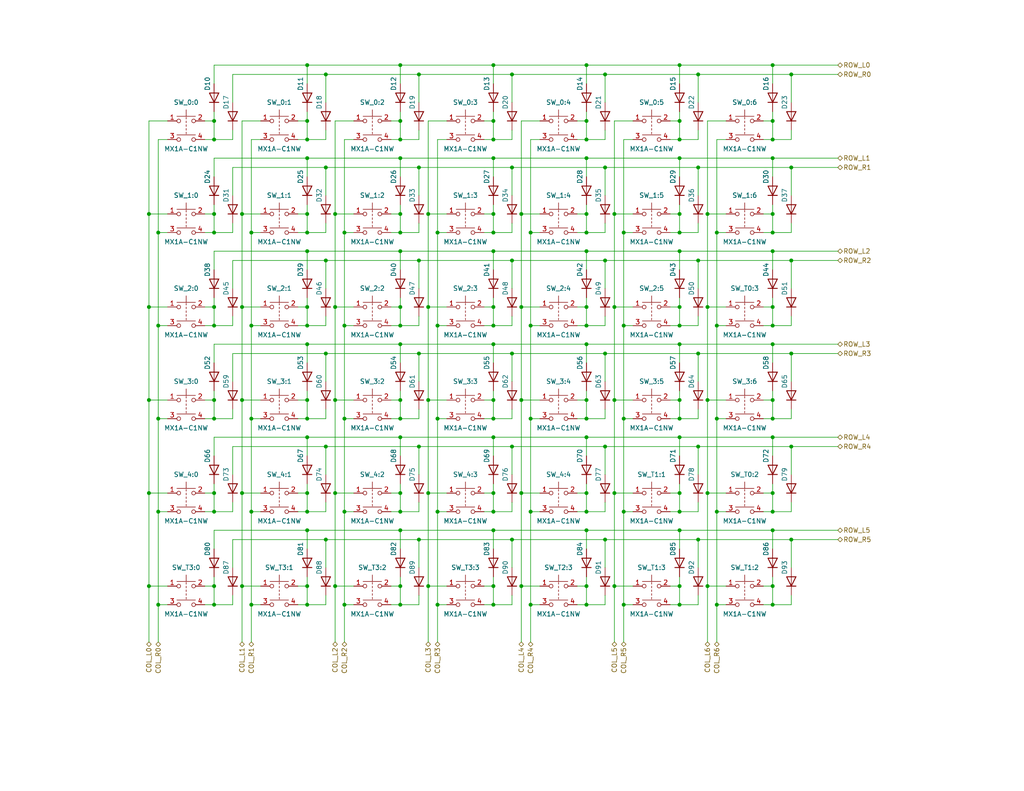
<source format=kicad_sch>
(kicad_sch (version 20231120) (generator "eeschema") (generator_version "8.0")
  (paper "USLetter")
  (title_block (title "ErgoDox Wireless - Keyboard") (date "2023-01-05") (rev "0") (company "Andrew Mass") (comment 1 "Key Switches"))
  (junction (at 43.18 114.3))
  (junction (at 116.84 160.02))
  (junction (at 139.7 71.12))
  (junction (at 91.44 83.82))
  (junction (at 119.38 88.9))
  (junction (at 114.3 96.52))
  (junction (at 210.82 119.38))
  (junction (at 134.62 109.22))
  (junction (at 83.82 33.02))
  (junction (at 185.42 43.18))
  (junction (at 88.9 96.52))
  (junction (at 109.22 83.82))
  (junction (at 116.84 109.22))
  (junction (at 116.84 134.62))
  (junction (at 210.82 43.18))
  (junction (at 116.84 58.42))
  (junction (at 160.02 17.78))
  (junction (at 58.42 38.1))
  (junction (at 160.02 160.02))
  (junction (at 109.22 165.1))
  (junction (at 68.58 139.7))
  (junction (at 109.22 63.5))
  (junction (at 134.62 33.02))
  (junction (at 139.7 45.72))
  (junction (at 160.02 38.1))
  (junction (at 114.3 71.12))
  (junction (at 134.62 160.02))
  (junction (at 40.64 134.62))
  (junction (at 88.9 71.12))
  (junction (at 116.84 83.82))
  (junction (at 167.64 134.62))
  (junction (at 58.42 114.3))
  (junction (at 185.42 144.78))
  (junction (at 91.44 109.22))
  (junction (at 43.18 165.1))
  (junction (at 119.38 139.7))
  (junction (at 210.82 38.1))
  (junction (at 144.78 63.5))
  (junction (at 160.02 93.98))
  (junction (at 185.42 114.3))
  (junction (at 144.78 114.3))
  (junction (at 91.44 134.62))
  (junction (at 66.04 83.82))
  (junction (at 195.58 88.9))
  (junction (at 160.02 43.18))
  (junction (at 88.9 20.32))
  (junction (at 185.42 17.78))
  (junction (at 66.04 134.62))
  (junction (at 68.58 63.5))
  (junction (at 109.22 119.38))
  (junction (at 160.02 119.38))
  (junction (at 210.82 33.02))
  (junction (at 93.98 63.5))
  (junction (at 83.82 83.82))
  (junction (at 193.04 134.62))
  (junction (at 210.82 144.78))
  (junction (at 134.62 38.1))
  (junction (at 109.22 160.02))
  (junction (at 83.82 114.3))
  (junction (at 93.98 139.7))
  (junction (at 83.82 139.7))
  (junction (at 185.42 33.02))
  (junction (at 83.82 144.78))
  (junction (at 83.82 43.18))
  (junction (at 190.5 96.52))
  (junction (at 139.7 96.52))
  (junction (at 114.3 45.72))
  (junction (at 195.58 114.3))
  (junction (at 215.9 20.32))
  (junction (at 215.9 96.52))
  (junction (at 134.62 68.58))
  (junction (at 40.64 58.42))
  (junction (at 215.9 45.72))
  (junction (at 185.42 119.38))
  (junction (at 43.18 139.7))
  (junction (at 139.7 20.32))
  (junction (at 185.42 58.42))
  (junction (at 210.82 58.42))
  (junction (at 88.9 147.32))
  (junction (at 170.18 88.9))
  (junction (at 142.24 58.42))
  (junction (at 160.02 109.22))
  (junction (at 109.22 17.78))
  (junction (at 43.18 63.5))
  (junction (at 185.42 134.62))
  (junction (at 68.58 88.9))
  (junction (at 134.62 63.5))
  (junction (at 144.78 88.9))
  (junction (at 66.04 109.22))
  (junction (at 139.7 147.32))
  (junction (at 160.02 144.78))
  (junction (at 210.82 160.02))
  (junction (at 167.64 83.82))
  (junction (at 215.9 121.92))
  (junction (at 66.04 58.42))
  (junction (at 58.42 58.42))
  (junction (at 109.22 68.58))
  (junction (at 210.82 114.3))
  (junction (at 160.02 58.42))
  (junction (at 167.64 109.22))
  (junction (at 185.42 83.82))
  (junction (at 193.04 160.02))
  (junction (at 142.24 83.82))
  (junction (at 88.9 121.92))
  (junction (at 109.22 134.62))
  (junction (at 185.42 68.58))
  (junction (at 68.58 165.1))
  (junction (at 190.5 45.72))
  (junction (at 119.38 165.1))
  (junction (at 185.42 88.9))
  (junction (at 58.42 63.5))
  (junction (at 190.5 147.32))
  (junction (at 109.22 58.42))
  (junction (at 210.82 93.98))
  (junction (at 83.82 88.9))
  (junction (at 190.5 121.92))
  (junction (at 134.62 88.9))
  (junction (at 160.02 33.02))
  (junction (at 114.3 20.32))
  (junction (at 160.02 114.3))
  (junction (at 185.42 93.98))
  (junction (at 114.3 121.92))
  (junction (at 134.62 134.62))
  (junction (at 167.64 58.42))
  (junction (at 43.18 88.9))
  (junction (at 134.62 119.38))
  (junction (at 58.42 134.62))
  (junction (at 93.98 88.9))
  (junction (at 109.22 38.1))
  (junction (at 165.1 20.32))
  (junction (at 134.62 144.78))
  (junction (at 185.42 38.1))
  (junction (at 88.9 45.72))
  (junction (at 210.82 165.1))
  (junction (at 190.5 71.12))
  (junction (at 40.64 83.82))
  (junction (at 83.82 68.58))
  (junction (at 165.1 96.52))
  (junction (at 109.22 43.18))
  (junction (at 210.82 109.22))
  (junction (at 210.82 134.62))
  (junction (at 160.02 88.9))
  (junction (at 119.38 114.3))
  (junction (at 109.22 33.02))
  (junction (at 134.62 17.78))
  (junction (at 190.5 20.32))
  (junction (at 210.82 68.58))
  (junction (at 93.98 165.1))
  (junction (at 195.58 139.7))
  (junction (at 83.82 109.22))
  (junction (at 83.82 63.5))
  (junction (at 134.62 83.82))
  (junction (at 160.02 139.7))
  (junction (at 66.04 160.02))
  (junction (at 160.02 134.62))
  (junction (at 160.02 165.1))
  (junction (at 193.04 109.22))
  (junction (at 58.42 165.1))
  (junction (at 83.82 17.78))
  (junction (at 134.62 58.42))
  (junction (at 165.1 45.72))
  (junction (at 134.62 165.1))
  (junction (at 210.82 17.78))
  (junction (at 83.82 93.98))
  (junction (at 142.24 109.22))
  (junction (at 83.82 58.42))
  (junction (at 210.82 63.5))
  (junction (at 165.1 121.92))
  (junction (at 142.24 160.02))
  (junction (at 144.78 165.1))
  (junction (at 170.18 114.3))
  (junction (at 134.62 93.98))
  (junction (at 109.22 88.9))
  (junction (at 83.82 165.1))
  (junction (at 91.44 160.02))
  (junction (at 83.82 38.1))
  (junction (at 215.9 147.32))
  (junction (at 109.22 93.98))
  (junction (at 119.38 63.5))
  (junction (at 83.82 119.38))
  (junction (at 83.82 134.62))
  (junction (at 83.82 160.02))
  (junction (at 210.82 88.9))
  (junction (at 215.9 71.12))
  (junction (at 58.42 139.7))
  (junction (at 40.64 160.02))
  (junction (at 109.22 139.7))
  (junction (at 185.42 63.5))
  (junction (at 185.42 165.1))
  (junction (at 165.1 71.12))
  (junction (at 93.98 114.3))
  (junction (at 58.42 33.02))
  (junction (at 114.3 147.32))
  (junction (at 165.1 147.32))
  (junction (at 167.64 160.02))
  (junction (at 160.02 68.58))
  (junction (at 109.22 144.78))
  (junction (at 142.24 134.62))
  (junction (at 134.62 139.7))
  (junction (at 185.42 109.22))
  (junction (at 170.18 63.5))
  (junction (at 134.62 43.18))
  (junction (at 210.82 83.82))
  (junction (at 210.82 139.7))
  (junction (at 109.22 114.3))
  (junction (at 144.78 139.7))
  (junction (at 134.62 114.3))
  (junction (at 170.18 139.7))
  (junction (at 58.42 109.22))
  (junction (at 139.7 121.92))
  (junction (at 68.58 114.3))
  (junction (at 193.04 58.42))
  (junction (at 160.02 63.5))
  (junction (at 185.42 160.02))
  (junction (at 195.58 63.5))
  (junction (at 195.58 165.1))
  (junction (at 58.42 83.82))
  (junction (at 58.42 160.02))
  (junction (at 170.18 165.1))
  (junction (at 91.44 58.42))
  (junction (at 160.02 83.82))
  (junction (at 58.42 88.9))
  (junction (at 185.42 139.7))
  (junction (at 40.64 109.22))
  (junction (at 109.22 109.22))
  (junction (at 193.04 83.82))
  (wire (pts (xy 116.84 83.82) (xy 121.92 83.82)))
  (wire (pts (xy 119.38 165.1) (xy 121.92 165.1)))
  (wire (pts (xy 83.82 165.1) (xy 88.9 165.1)))
  (wire (pts (xy 109.22 63.5) (xy 114.3 63.5)))
  (wire (pts (xy 116.84 109.22) (xy 121.92 109.22)))
  (wire (pts (xy 93.98 114.3) (xy 93.98 139.7)))
  (wire (pts (xy 114.3 86.36) (xy 114.3 88.9)))
  (wire (pts (xy 185.42 81.28) (xy 185.42 83.82)))
  (wire (pts (xy 83.82 68.58) (xy 83.82 73.66)))
  (wire (pts (xy 182.88 38.1) (xy 185.42 38.1)))
  (wire (pts (xy 134.62 109.22) (xy 132.08 109.22)))
  (wire (pts (xy 109.22 114.3) (xy 114.3 114.3)))
  (wire (pts (xy 43.18 63.5) (xy 43.18 88.9)))
  (wire (pts (xy 114.3 137.16) (xy 114.3 139.7)))
  (wire (pts (xy 66.04 134.62) (xy 71.12 134.62)))
  (wire (pts (xy 215.9 121.92) (xy 215.9 129.54)))
  (wire (pts (xy 58.42 63.5) (xy 63.5 63.5)))
  (wire (pts (xy 215.9 35.56) (xy 215.9 38.1)))
  (wire (pts (xy 114.3 121.92) (xy 139.7 121.92)))
  (wire (pts (xy 160.02 93.98) (xy 160.02 99.06)))
  (wire (pts (xy 165.1 20.32) (xy 190.5 20.32)))
  (wire (pts (xy 132.08 165.1) (xy 134.62 165.1)))
  (wire (pts (xy 109.22 93.98) (xy 134.62 93.98)))
  (wire (pts (xy 88.9 121.92) (xy 114.3 121.92)))
  (wire (pts (xy 40.64 83.82) (xy 40.64 109.22)))
  (wire (pts (xy 160.02 68.58) (xy 185.42 68.58)))
  (wire (pts (xy 215.9 20.32) (xy 215.9 27.94)))
  (wire (pts (xy 157.48 139.7) (xy 160.02 139.7)))
  (wire (pts (xy 160.02 93.98) (xy 185.42 93.98)))
  (wire (pts (xy 165.1 162.56) (xy 165.1 165.1)))
  (wire (pts (xy 190.5 96.52) (xy 215.9 96.52)))
  (wire (pts (xy 83.82 119.38) (xy 83.82 124.46)))
  (wire (pts (xy 170.18 165.1) (xy 170.18 175.26)))
  (wire (pts (xy 215.9 111.76) (xy 215.9 114.3)))
  (wire (pts (xy 109.22 88.9) (xy 114.3 88.9)))
  (wire (pts (xy 83.82 17.78) (xy 83.82 22.86)))
  (wire (pts (xy 109.22 144.78) (xy 134.62 144.78)))
  (wire (pts (xy 170.18 139.7) (xy 172.72 139.7)))
  (wire (pts (xy 88.9 96.52) (xy 114.3 96.52)))
  (wire (pts (xy 93.98 165.1) (xy 96.52 165.1)))
  (wire (pts (xy 160.02 144.78) (xy 160.02 149.86)))
  (wire (pts (xy 193.04 160.02) (xy 198.12 160.02)))
  (wire (pts (xy 160.02 83.82) (xy 160.02 88.9)))
  (wire (pts (xy 190.5 96.52) (xy 190.5 104.14)))
  (wire (pts (xy 106.68 38.1) (xy 109.22 38.1)))
  (wire (pts (xy 134.62 68.58) (xy 160.02 68.58)))
  (wire (pts (xy 116.84 58.42) (xy 116.84 83.82)))
  (wire (pts (xy 40.64 33.02) (xy 45.72 33.02)))
  (wire (pts (xy 139.7 96.52) (xy 165.1 96.52)))
  (wire (pts (xy 185.42 109.22) (xy 182.88 109.22)))
  (wire (pts (xy 119.38 114.3) (xy 121.92 114.3)))
  (wire (pts (xy 134.62 58.42) (xy 132.08 58.42)))
  (wire (pts (xy 81.28 38.1) (xy 83.82 38.1)))
  (wire (pts (xy 134.62 83.82) (xy 132.08 83.82)))
  (wire (pts (xy 88.9 35.56) (xy 88.9 38.1)))
  (wire (pts (xy 58.42 17.78) (xy 58.42 22.86)))
  (wire (pts (xy 58.42 83.82) (xy 58.42 88.9)))
  (wire (pts (xy 215.9 45.72) (xy 215.9 53.34)))
  (wire (pts (xy 83.82 58.42) (xy 81.28 58.42)))
  (wire (pts (xy 68.58 38.1) (xy 68.58 63.5)))
  (wire (pts (xy 66.04 58.42) (xy 71.12 58.42)))
  (wire (pts (xy 210.82 81.28) (xy 210.82 83.82)))
  (wire (pts (xy 43.18 88.9) (xy 45.72 88.9)))
  (wire (pts (xy 66.04 83.82) (xy 66.04 109.22)))
  (wire (pts (xy 109.22 160.02) (xy 109.22 165.1)))
  (wire (pts (xy 160.02 83.82) (xy 157.48 83.82)))
  (wire (pts (xy 63.5 147.32) (xy 63.5 154.94)))
  (wire (pts (xy 185.42 119.38) (xy 185.42 124.46)))
  (wire (pts (xy 119.38 88.9) (xy 119.38 114.3)))
  (wire (pts (xy 210.82 43.18) (xy 228.6 43.18)))
  (wire (pts (xy 193.04 58.42) (xy 193.04 83.82)))
  (wire (pts (xy 210.82 63.5) (xy 215.9 63.5)))
  (wire (pts (xy 139.7 20.32) (xy 139.7 27.94)))
  (wire (pts (xy 83.82 33.02) (xy 81.28 33.02)))
  (wire (pts (xy 116.84 33.02) (xy 116.84 58.42)))
  (wire (pts (xy 58.42 109.22) (xy 55.88 109.22)))
  (wire (pts (xy 134.62 33.02) (xy 134.62 38.1)))
  (wire (pts (xy 134.62 33.02) (xy 132.08 33.02)))
  (wire (pts (xy 185.42 43.18) (xy 210.82 43.18)))
  (wire (pts (xy 58.42 43.18) (xy 58.42 48.26)))
  (wire (pts (xy 193.04 83.82) (xy 193.04 109.22)))
  (wire (pts (xy 91.44 33.02) (xy 91.44 58.42)))
  (wire (pts (xy 144.78 114.3) (xy 144.78 139.7)))
  (wire (pts (xy 190.5 60.96) (xy 190.5 63.5)))
  (wire (pts (xy 134.62 63.5) (xy 139.7 63.5)))
  (wire (pts (xy 195.58 139.7) (xy 198.12 139.7)))
  (wire (pts (xy 167.64 33.02) (xy 172.72 33.02)))
  (wire (pts (xy 193.04 33.02) (xy 193.04 58.42)))
  (wire (pts (xy 43.18 139.7) (xy 43.18 165.1)))
  (wire (pts (xy 165.1 86.36) (xy 165.1 88.9)))
  (wire (pts (xy 185.42 144.78) (xy 185.42 149.86)))
  (wire (pts (xy 170.18 38.1) (xy 172.72 38.1)))
  (wire (pts (xy 139.7 121.92) (xy 165.1 121.92)))
  (wire (pts (xy 210.82 134.62) (xy 208.28 134.62)))
  (wire (pts (xy 134.62 93.98) (xy 134.62 99.06)))
  (wire (pts (xy 208.28 165.1) (xy 210.82 165.1)))
  (wire (pts (xy 63.5 20.32) (xy 88.9 20.32)))
  (wire (pts (xy 58.42 38.1) (xy 63.5 38.1)))
  (wire (pts (xy 114.3 96.52) (xy 114.3 104.14)))
  (wire (pts (xy 190.5 147.32) (xy 190.5 154.94)))
  (wire (pts (xy 58.42 30.48) (xy 58.42 33.02)))
  (wire (pts (xy 170.18 88.9) (xy 172.72 88.9)))
  (wire (pts (xy 58.42 109.22) (xy 58.42 114.3)))
  (wire (pts (xy 190.5 137.16) (xy 190.5 139.7)))
  (wire (pts (xy 114.3 147.32) (xy 114.3 154.94)))
  (wire (pts (xy 210.82 38.1) (xy 215.9 38.1)))
  (wire (pts (xy 91.44 58.42) (xy 91.44 83.82)))
  (wire (pts (xy 190.5 86.36) (xy 190.5 88.9)))
  (wire (pts (xy 185.42 33.02) (xy 185.42 38.1)))
  (wire (pts (xy 83.82 134.62) (xy 81.28 134.62)))
  (wire (pts (xy 63.5 20.32) (xy 63.5 27.94)))
  (wire (pts (xy 144.78 38.1) (xy 144.78 63.5)))
  (wire (pts (xy 88.9 86.36) (xy 88.9 88.9)))
  (wire (pts (xy 40.64 33.02) (xy 40.64 58.42)))
  (wire (pts (xy 210.82 43.18) (xy 210.82 48.26)))
  (wire (pts (xy 109.22 81.28) (xy 109.22 83.82)))
  (wire (pts (xy 215.9 45.72) (xy 228.6 45.72)))
  (wire (pts (xy 144.78 63.5) (xy 147.32 63.5)))
  (wire (pts (xy 40.64 160.02) (xy 40.64 175.26)))
  (wire (pts (xy 157.48 88.9) (xy 160.02 88.9)))
  (wire (pts (xy 170.18 114.3) (xy 170.18 139.7)))
  (wire (pts (xy 63.5 45.72) (xy 88.9 45.72)))
  (wire (pts (xy 63.5 96.52) (xy 63.5 104.14)))
  (wire (pts (xy 83.82 58.42) (xy 83.82 63.5)))
  (wire (pts (xy 139.7 20.32) (xy 165.1 20.32)))
  (wire (pts (xy 91.44 134.62) (xy 96.52 134.62)))
  (wire (pts (xy 190.5 162.56) (xy 190.5 165.1)))
  (wire (pts (xy 167.64 134.62) (xy 172.72 134.62)))
  (wire (pts (xy 40.64 58.42) (xy 45.72 58.42)))
  (wire (pts (xy 160.02 139.7) (xy 165.1 139.7)))
  (wire (pts (xy 88.9 20.32) (xy 88.9 27.94)))
  (wire (pts (xy 58.42 33.02) (xy 58.42 38.1)))
  (wire (pts (xy 93.98 38.1) (xy 93.98 63.5)))
  (wire (pts (xy 142.24 83.82) (xy 142.24 109.22)))
  (wire (pts (xy 119.38 139.7) (xy 119.38 165.1)))
  (wire (pts (xy 83.82 160.02) (xy 83.82 165.1)))
  (wire (pts (xy 210.82 68.58) (xy 210.82 73.66)))
  (wire (pts (xy 139.7 121.92) (xy 139.7 129.54)))
  (wire (pts (xy 210.82 55.88) (xy 210.82 58.42)))
  (wire (pts (xy 160.02 119.38) (xy 185.42 119.38)))
  (wire (pts (xy 195.58 63.5) (xy 198.12 63.5)))
  (wire (pts (xy 185.42 160.02) (xy 182.88 160.02)))
  (wire (pts (xy 190.5 45.72) (xy 215.9 45.72)))
  (wire (pts (xy 134.62 83.82) (xy 134.62 88.9)))
  (wire (pts (xy 109.22 55.88) (xy 109.22 58.42)))
  (wire (pts (xy 81.28 88.9) (xy 83.82 88.9)))
  (wire (pts (xy 215.9 20.32) (xy 228.6 20.32)))
  (wire (pts (xy 106.68 165.1) (xy 109.22 165.1)))
  (wire (pts (xy 165.1 121.92) (xy 190.5 121.92)))
  (wire (pts (xy 139.7 137.16) (xy 139.7 139.7)))
  (wire (pts (xy 68.58 88.9) (xy 68.58 114.3)))
  (wire (pts (xy 114.3 20.32) (xy 114.3 27.94)))
  (wire (pts (xy 63.5 111.76) (xy 63.5 114.3)))
  (wire (pts (xy 109.22 106.68) (xy 109.22 109.22)))
  (wire (pts (xy 116.84 109.22) (xy 116.84 134.62)))
  (wire (pts (xy 210.82 58.42) (xy 208.28 58.42)))
  (wire (pts (xy 210.82 93.98) (xy 228.6 93.98)))
  (wire (pts (xy 114.3 96.52) (xy 139.7 96.52)))
  (wire (pts (xy 144.78 165.1) (xy 147.32 165.1)))
  (wire (pts (xy 134.62 144.78) (xy 134.62 149.86)))
  (wire (pts (xy 58.42 160.02) (xy 58.42 165.1)))
  (wire (pts (xy 139.7 35.56) (xy 139.7 38.1)))
  (wire (pts (xy 116.84 134.62) (xy 121.92 134.62)))
  (wire (pts (xy 170.18 63.5) (xy 172.72 63.5)))
  (wire (pts (xy 68.58 165.1) (xy 71.12 165.1)))
  (wire (pts (xy 66.04 160.02) (xy 71.12 160.02)))
  (wire (pts (xy 165.1 96.52) (xy 190.5 96.52)))
  (wire (pts (xy 43.18 63.5) (xy 45.72 63.5)))
  (wire (pts (xy 165.1 45.72) (xy 190.5 45.72)))
  (wire (pts (xy 210.82 119.38) (xy 228.6 119.38)))
  (wire (pts (xy 160.02 33.02) (xy 157.48 33.02)))
  (wire (pts (xy 109.22 83.82) (xy 109.22 88.9)))
  (wire (pts (xy 109.22 134.62) (xy 109.22 139.7)))
  (wire (pts (xy 165.1 71.12) (xy 165.1 78.74)))
  (wire (pts (xy 119.38 63.5) (xy 121.92 63.5)))
  (wire (pts (xy 215.9 86.36) (xy 215.9 88.9)))
  (wire (pts (xy 210.82 160.02) (xy 210.82 165.1)))
  (wire (pts (xy 132.08 63.5) (xy 134.62 63.5)))
  (wire (pts (xy 134.62 55.88) (xy 134.62 58.42)))
  (wire (pts (xy 190.5 35.56) (xy 190.5 38.1)))
  (wire (pts (xy 142.24 134.62) (xy 147.32 134.62)))
  (wire (pts (xy 144.78 88.9) (xy 144.78 114.3)))
  (wire (pts (xy 195.58 88.9) (xy 198.12 88.9)))
  (wire (pts (xy 185.42 30.48) (xy 185.42 33.02)))
  (wire (pts (xy 160.02 160.02) (xy 160.02 165.1)))
  (wire (pts (xy 160.02 114.3) (xy 165.1 114.3)))
  (wire (pts (xy 165.1 147.32) (xy 190.5 147.32)))
  (wire (pts (xy 160.02 109.22) (xy 157.48 109.22)))
  (wire (pts (xy 170.18 139.7) (xy 170.18 165.1)))
  (wire (pts (xy 195.58 38.1) (xy 195.58 63.5)))
  (wire (pts (xy 58.42 93.98) (xy 83.82 93.98)))
  (wire (pts (xy 190.5 147.32) (xy 215.9 147.32)))
  (wire (pts (xy 185.42 68.58) (xy 210.82 68.58)))
  (wire (pts (xy 190.5 45.72) (xy 190.5 53.34)))
  (wire (pts (xy 139.7 45.72) (xy 165.1 45.72)))
  (wire (pts (xy 144.78 88.9) (xy 147.32 88.9)))
  (wire (pts (xy 83.82 43.18) (xy 109.22 43.18)))
  (wire (pts (xy 132.08 88.9) (xy 134.62 88.9)))
  (wire (pts (xy 195.58 63.5) (xy 195.58 88.9)))
  (wire (pts (xy 208.28 114.3) (xy 210.82 114.3)))
  (wire (pts (xy 170.18 88.9) (xy 170.18 114.3)))
  (wire (pts (xy 160.02 144.78) (xy 185.42 144.78)))
  (wire (pts (xy 185.42 88.9) (xy 190.5 88.9)))
  (wire (pts (xy 88.9 71.12) (xy 88.9 78.74)))
  (wire (pts (xy 114.3 147.32) (xy 139.7 147.32)))
  (wire (pts (xy 55.88 38.1) (xy 58.42 38.1)))
  (wire (pts (xy 160.02 55.88) (xy 160.02 58.42)))
  (wire (pts (xy 106.68 139.7) (xy 109.22 139.7)))
  (wire (pts (xy 83.82 114.3) (xy 88.9 114.3)))
  (wire (pts (xy 167.64 83.82) (xy 172.72 83.82)))
  (wire (pts (xy 116.84 58.42) (xy 121.92 58.42)))
  (wire (pts (xy 58.42 58.42) (xy 55.88 58.42)))
  (wire (pts (xy 160.02 81.28) (xy 160.02 83.82)))
  (wire (pts (xy 91.44 58.42) (xy 96.52 58.42)))
  (wire (pts (xy 210.82 33.02) (xy 208.28 33.02)))
  (wire (pts (xy 43.18 114.3) (xy 43.18 139.7)))
  (wire (pts (xy 210.82 17.78) (xy 210.82 22.86)))
  (wire (pts (xy 83.82 106.68) (xy 83.82 109.22)))
  (wire (pts (xy 83.82 63.5) (xy 88.9 63.5)))
  (wire (pts (xy 185.42 134.62) (xy 182.88 134.62)))
  (wire (pts (xy 185.42 93.98) (xy 185.42 99.06)))
  (wire (pts (xy 93.98 38.1) (xy 96.52 38.1)))
  (wire (pts (xy 66.04 58.42) (xy 66.04 83.82)))
  (wire (pts (xy 63.5 71.12) (xy 88.9 71.12)))
  (wire (pts (xy 167.64 160.02) (xy 167.64 175.26)))
  (wire (pts (xy 114.3 111.76) (xy 114.3 114.3)))
  (wire (pts (xy 58.42 43.18) (xy 83.82 43.18)))
  (wire (pts (xy 193.04 134.62) (xy 198.12 134.62)))
  (wire (pts (xy 165.1 35.56) (xy 165.1 38.1)))
  (wire (pts (xy 185.42 114.3) (xy 190.5 114.3)))
  (wire (pts (xy 58.42 114.3) (xy 63.5 114.3)))
  (wire (pts (xy 116.84 33.02) (xy 121.92 33.02)))
  (wire (pts (xy 210.82 139.7) (xy 215.9 139.7)))
  (wire (pts (xy 63.5 137.16) (xy 63.5 139.7)))
  (wire (pts (xy 83.82 68.58) (xy 109.22 68.58)))
  (wire (pts (xy 210.82 93.98) (xy 210.82 99.06)))
  (wire (pts (xy 40.64 83.82) (xy 45.72 83.82)))
  (wire (pts (xy 185.42 17.78) (xy 210.82 17.78)))
  (wire (pts (xy 193.04 33.02) (xy 198.12 33.02)))
  (wire (pts (xy 134.62 43.18) (xy 160.02 43.18)))
  (wire (pts (xy 193.04 134.62) (xy 193.04 160.02)))
  (wire (pts (xy 160.02 134.62) (xy 157.48 134.62)))
  (wire (pts (xy 109.22 144.78) (xy 109.22 149.86)))
  (wire (pts (xy 91.44 160.02) (xy 96.52 160.02)))
  (wire (pts (xy 160.02 119.38) (xy 160.02 124.46)))
  (wire (pts (xy 83.82 33.02) (xy 83.82 38.1)))
  (wire (pts (xy 116.84 160.02) (xy 121.92 160.02)))
  (wire (pts (xy 40.64 160.02) (xy 45.72 160.02)))
  (wire (pts (xy 58.42 55.88) (xy 58.42 58.42)))
  (wire (pts (xy 93.98 88.9) (xy 96.52 88.9)))
  (wire (pts (xy 208.28 88.9) (xy 210.82 88.9)))
  (wire (pts (xy 210.82 83.82) (xy 208.28 83.82)))
  (wire (pts (xy 109.22 43.18) (xy 134.62 43.18)))
  (wire (pts (xy 157.48 165.1) (xy 160.02 165.1)))
  (wire (pts (xy 142.24 58.42) (xy 147.32 58.42)))
  (wire (pts (xy 106.68 114.3) (xy 109.22 114.3)))
  (wire (pts (xy 109.22 160.02) (xy 106.68 160.02)))
  (wire (pts (xy 88.9 96.52) (xy 88.9 104.14)))
  (wire (pts (xy 83.82 134.62) (xy 83.82 139.7)))
  (wire (pts (xy 134.62 106.68) (xy 134.62 109.22)))
  (wire (pts (xy 58.42 165.1) (xy 63.5 165.1)))
  (wire (pts (xy 160.02 68.58) (xy 160.02 73.66)))
  (wire (pts (xy 210.82 109.22) (xy 208.28 109.22)))
  (wire (pts (xy 58.42 83.82) (xy 55.88 83.82)))
  (wire (pts (xy 185.42 83.82) (xy 182.88 83.82)))
  (wire (pts (xy 160.02 38.1) (xy 165.1 38.1)))
  (wire (pts (xy 144.78 63.5) (xy 144.78 88.9)))
  (wire (pts (xy 210.82 17.78) (xy 228.6 17.78)))
  (wire (pts (xy 167.64 134.62) (xy 167.64 160.02)))
  (wire (pts (xy 109.22 30.48) (xy 109.22 33.02)))
  (wire (pts (xy 83.82 144.78) (xy 83.82 149.86)))
  (wire (pts (xy 114.3 71.12) (xy 114.3 78.74)))
  (wire (pts (xy 139.7 71.12) (xy 139.7 78.74)))
  (wire (pts (xy 58.42 157.48) (xy 58.42 160.02)))
  (wire (pts (xy 134.62 38.1) (xy 139.7 38.1)))
  (wire (pts (xy 165.1 137.16) (xy 165.1 139.7)))
  (wire (pts (xy 190.5 20.32) (xy 190.5 27.94)))
  (wire (pts (xy 40.64 134.62) (xy 40.64 160.02)))
  (wire (pts (xy 190.5 121.92) (xy 215.9 121.92)))
  (wire (pts (xy 88.9 20.32) (xy 114.3 20.32)))
  (wire (pts (xy 83.82 83.82) (xy 81.28 83.82)))
  (wire (pts (xy 210.82 157.48) (xy 210.82 160.02)))
  (wire (pts (xy 83.82 83.82) (xy 83.82 88.9)))
  (wire (pts (xy 185.42 165.1) (xy 190.5 165.1)))
  (wire (pts (xy 165.1 96.52) (xy 165.1 104.14)))
  (wire (pts (xy 185.42 109.22) (xy 185.42 114.3)))
  (wire (pts (xy 63.5 121.92) (xy 88.9 121.92)))
  (wire (pts (xy 68.58 63.5) (xy 68.58 88.9)))
  (wire (pts (xy 58.42 134.62) (xy 55.88 134.62)))
  (wire (pts (xy 195.58 165.1) (xy 198.12 165.1)))
  (wire (pts (xy 144.78 165.1) (xy 144.78 175.26)))
  (wire (pts (xy 142.24 109.22) (xy 142.24 134.62)))
  (wire (pts (xy 185.42 68.58) (xy 185.42 73.66)))
  (wire (pts (xy 160.02 17.78) (xy 160.02 22.86)))
  (wire (pts (xy 58.42 33.02) (xy 55.88 33.02)))
  (wire (pts (xy 43.18 165.1) (xy 45.72 165.1)))
  (wire (pts (xy 109.22 139.7) (xy 114.3 139.7)))
  (wire (pts (xy 109.22 43.18) (xy 109.22 48.26)))
  (wire (pts (xy 182.88 88.9) (xy 185.42 88.9)))
  (wire (pts (xy 210.82 30.48) (xy 210.82 33.02)))
  (wire (pts (xy 83.82 119.38) (xy 109.22 119.38)))
  (wire (pts (xy 88.9 71.12) (xy 114.3 71.12)))
  (wire (pts (xy 210.82 106.68) (xy 210.82 109.22)))
  (wire (pts (xy 68.58 139.7) (xy 71.12 139.7)))
  (wire (pts (xy 210.82 144.78) (xy 228.6 144.78)))
  (wire (pts (xy 81.28 139.7) (xy 83.82 139.7)))
  (wire (pts (xy 160.02 134.62) (xy 160.02 139.7)))
  (wire (pts (xy 182.88 165.1) (xy 185.42 165.1)))
  (wire (pts (xy 215.9 71.12) (xy 215.9 78.74)))
  (wire (pts (xy 157.48 114.3) (xy 160.02 114.3)))
  (wire (pts (xy 119.38 165.1) (xy 119.38 175.26)))
  (wire (pts (xy 132.08 139.7) (xy 134.62 139.7)))
  (wire (pts (xy 142.24 33.02) (xy 142.24 58.42)))
  (wire (pts (xy 83.82 109.22) (xy 81.28 109.22)))
  (wire (pts (xy 68.58 114.3) (xy 68.58 139.7)))
  (wire (pts (xy 190.5 71.12) (xy 190.5 78.74)))
  (wire (pts (xy 58.42 139.7) (xy 63.5 139.7)))
  (wire (pts (xy 40.64 134.62) (xy 45.72 134.62)))
  (wire (pts (xy 210.82 83.82) (xy 210.82 88.9)))
  (wire (pts (xy 63.5 121.92) (xy 63.5 129.54)))
  (wire (pts (xy 215.9 147.32) (xy 215.9 154.94)))
  (wire (pts (xy 215.9 96.52) (xy 228.6 96.52)))
  (wire (pts (xy 142.24 58.42) (xy 142.24 83.82)))
  (wire (pts (xy 109.22 83.82) (xy 106.68 83.82)))
  (wire (pts (xy 190.5 71.12) (xy 215.9 71.12)))
  (wire (pts (xy 190.5 20.32) (xy 215.9 20.32)))
  (wire (pts (xy 185.42 63.5) (xy 190.5 63.5)))
  (wire (pts (xy 114.3 35.56) (xy 114.3 38.1)))
  (wire (pts (xy 109.22 109.22) (xy 109.22 114.3)))
  (wire (pts (xy 109.22 134.62) (xy 106.68 134.62)))
  (wire (pts (xy 134.62 160.02) (xy 134.62 165.1)))
  (wire (pts (xy 139.7 147.32) (xy 139.7 154.94)))
  (wire (pts (xy 63.5 60.96) (xy 63.5 63.5)))
  (wire (pts (xy 83.82 160.02) (xy 81.28 160.02)))
  (wire (pts (xy 63.5 45.72) (xy 63.5 53.34)))
  (wire (pts (xy 210.82 165.1) (xy 215.9 165.1)))
  (wire (pts (xy 119.38 114.3) (xy 119.38 139.7)))
  (wire (pts (xy 210.82 88.9) (xy 215.9 88.9)))
  (wire (pts (xy 195.58 114.3) (xy 195.58 139.7)))
  (wire (pts (xy 40.64 109.22) (xy 45.72 109.22)))
  (wire (pts (xy 134.62 144.78) (xy 160.02 144.78)))
  (wire (pts (xy 114.3 45.72) (xy 114.3 53.34)))
  (wire (pts (xy 109.22 119.38) (xy 109.22 124.46)))
  (wire (pts (xy 81.28 114.3) (xy 83.82 114.3)))
  (wire (pts (xy 193.04 109.22) (xy 198.12 109.22)))
  (wire (pts (xy 160.02 17.78) (xy 185.42 17.78)))
  (wire (pts (xy 185.42 43.18) (xy 185.42 48.26)))
  (wire (pts (xy 114.3 20.32) (xy 139.7 20.32)))
  (wire (pts (xy 185.42 144.78) (xy 210.82 144.78)))
  (wire (pts (xy 210.82 134.62) (xy 210.82 139.7)))
  (wire (pts (xy 190.5 111.76) (xy 190.5 114.3)))
  (wire (pts (xy 58.42 88.9) (xy 63.5 88.9)))
  (wire (pts (xy 66.04 109.22) (xy 71.12 109.22)))
  (wire (pts (xy 68.58 38.1) (xy 71.12 38.1)))
  (wire (pts (xy 144.78 38.1) (xy 147.32 38.1)))
  (wire (pts (xy 81.28 63.5) (xy 83.82 63.5)))
  (wire (pts (xy 83.82 139.7) (xy 88.9 139.7)))
  (wire (pts (xy 185.42 55.88) (xy 185.42 58.42)))
  (wire (pts (xy 40.64 58.42) (xy 40.64 83.82)))
  (wire (pts (xy 93.98 88.9) (xy 93.98 114.3)))
  (wire (pts (xy 93.98 165.1) (xy 93.98 175.26)))
  (wire (pts (xy 83.82 88.9) (xy 88.9 88.9)))
  (wire (pts (xy 68.58 63.5) (xy 71.12 63.5)))
  (wire (pts (xy 134.62 17.78) (xy 134.62 22.86)))
  (wire (pts (xy 165.1 111.76) (xy 165.1 114.3)))
  (wire (pts (xy 68.58 139.7) (xy 68.58 165.1)))
  (wire (pts (xy 91.44 109.22) (xy 96.52 109.22)))
  (wire (pts (xy 83.82 38.1) (xy 88.9 38.1)))
  (wire (pts (xy 66.04 33.02) (xy 71.12 33.02)))
  (wire (pts (xy 43.18 38.1) (xy 43.18 63.5)))
  (wire (pts (xy 157.48 63.5) (xy 160.02 63.5)))
  (wire (pts (xy 63.5 147.32) (xy 88.9 147.32)))
  (wire (pts (xy 119.38 38.1) (xy 119.38 63.5)))
  (wire (pts (xy 210.82 144.78) (xy 210.82 149.86)))
  (wire (pts (xy 160.02 63.5) (xy 165.1 63.5)))
  (wire (pts (xy 63.5 162.56) (xy 63.5 165.1)))
  (wire (pts (xy 160.02 58.42) (xy 157.48 58.42)))
  (wire (pts (xy 182.88 139.7) (xy 185.42 139.7)))
  (wire (pts (xy 55.88 114.3) (xy 58.42 114.3)))
  (wire (pts (xy 139.7 60.96) (xy 139.7 63.5)))
  (wire (pts (xy 142.24 160.02) (xy 142.24 175.26)))
  (wire (pts (xy 43.18 38.1) (xy 45.72 38.1)))
  (wire (pts (xy 210.82 160.02) (xy 208.28 160.02)))
  (wire (pts (xy 170.18 38.1) (xy 170.18 63.5)))
  (wire (pts (xy 185.42 119.38) (xy 210.82 119.38)))
  (wire (pts (xy 83.82 30.48) (xy 83.82 33.02)))
  (wire (pts (xy 185.42 83.82) (xy 185.42 88.9)))
  (wire (pts (xy 134.62 134.62) (xy 134.62 139.7)))
  (wire (pts (xy 134.62 81.28) (xy 134.62 83.82)))
  (wire (pts (xy 109.22 132.08) (xy 109.22 134.62)))
  (wire (pts (xy 109.22 109.22) (xy 106.68 109.22)))
  (wire (pts (xy 116.84 160.02) (xy 116.84 175.26)))
  (wire (pts (xy 167.64 109.22) (xy 167.64 134.62)))
  (wire (pts (xy 83.82 93.98) (xy 83.82 99.06)))
  (wire (pts (xy 215.9 121.92) (xy 228.6 121.92)))
  (wire (pts (xy 160.02 58.42) (xy 160.02 63.5)))
  (wire (pts (xy 43.18 165.1) (xy 43.18 175.26)))
  (wire (pts (xy 165.1 147.32) (xy 165.1 154.94)))
  (wire (pts (xy 68.58 88.9) (xy 71.12 88.9)))
  (wire (pts (xy 134.62 68.58) (xy 134.62 73.66)))
  (wire (pts (xy 170.18 165.1) (xy 172.72 165.1)))
  (wire (pts (xy 109.22 33.02) (xy 109.22 38.1)))
  (wire (pts (xy 160.02 132.08) (xy 160.02 134.62)))
  (wire (pts (xy 139.7 71.12) (xy 165.1 71.12)))
  (wire (pts (xy 134.62 139.7) (xy 139.7 139.7)))
  (wire (pts (xy 134.62 119.38) (xy 134.62 124.46)))
  (wire (pts (xy 142.24 109.22) (xy 147.32 109.22)))
  (wire (pts (xy 134.62 132.08) (xy 134.62 134.62)))
  (wire (pts (xy 160.02 43.18) (xy 185.42 43.18)))
  (wire (pts (xy 58.42 144.78) (xy 83.82 144.78)))
  (wire (pts (xy 134.62 134.62) (xy 132.08 134.62)))
  (wire (pts (xy 83.82 43.18) (xy 83.82 48.26)))
  (wire (pts (xy 109.22 38.1) (xy 114.3 38.1)))
  (wire (pts (xy 165.1 45.72) (xy 165.1 53.34)))
  (wire (pts (xy 109.22 33.02) (xy 106.68 33.02)))
  (wire (pts (xy 160.02 165.1) (xy 165.1 165.1)))
  (wire (pts (xy 58.42 93.98) (xy 58.42 99.06)))
  (wire (pts (xy 116.84 83.82) (xy 116.84 109.22)))
  (wire (pts (xy 66.04 83.82) (xy 71.12 83.82)))
  (wire (pts (xy 93.98 63.5) (xy 96.52 63.5)))
  (wire (pts (xy 144.78 114.3) (xy 147.32 114.3)))
  (wire (pts (xy 109.22 68.58) (xy 109.22 73.66)))
  (wire (pts (xy 93.98 114.3) (xy 96.52 114.3)))
  (wire (pts (xy 43.18 139.7) (xy 45.72 139.7)))
  (wire (pts (xy 119.38 63.5) (xy 119.38 88.9)))
  (wire (pts (xy 215.9 147.32) (xy 228.6 147.32)))
  (wire (pts (xy 55.88 88.9) (xy 58.42 88.9)))
  (wire (pts (xy 134.62 88.9) (xy 139.7 88.9)))
  (wire (pts (xy 182.88 114.3) (xy 185.42 114.3)))
  (wire (pts (xy 93.98 63.5) (xy 93.98 88.9)))
  (wire (pts (xy 58.42 58.42) (xy 58.42 63.5)))
  (wire (pts (xy 116.84 134.62) (xy 116.84 160.02)))
  (wire (pts (xy 134.62 109.22) (xy 134.62 114.3)))
  (wire (pts (xy 58.42 144.78) (xy 58.42 149.86)))
  (wire (pts (xy 185.42 33.02) (xy 182.88 33.02)))
  (wire (pts (xy 215.9 162.56) (xy 215.9 165.1)))
  (wire (pts (xy 91.44 160.02) (xy 91.44 175.26)))
  (wire (pts (xy 139.7 45.72) (xy 139.7 53.34)))
  (wire (pts (xy 66.04 160.02) (xy 66.04 175.26)))
  (wire (pts (xy 88.9 45.72) (xy 88.9 53.34)))
  (wire (pts (xy 83.82 157.48) (xy 83.82 160.02)))
  (wire (pts (xy 63.5 86.36) (xy 63.5 88.9)))
  (wire (pts (xy 119.38 38.1) (xy 121.92 38.1)))
  (wire (pts (xy 185.42 93.98) (xy 210.82 93.98)))
  (wire (pts (xy 160.02 160.02) (xy 157.48 160.02)))
  (wire (pts (xy 55.88 165.1) (xy 58.42 165.1)))
  (wire (pts (xy 40.64 109.22) (xy 40.64 134.62)))
  (wire (pts (xy 91.44 83.82) (xy 96.52 83.82)))
  (wire (pts (xy 114.3 71.12) (xy 139.7 71.12)))
  (wire (pts (xy 142.24 134.62) (xy 142.24 160.02)))
  (wire (pts (xy 165.1 20.32) (xy 165.1 27.94)))
  (wire (pts (xy 185.42 139.7) (xy 190.5 139.7)))
  (wire (pts (xy 165.1 60.96) (xy 165.1 63.5)))
  (wire (pts (xy 109.22 17.78) (xy 134.62 17.78)))
  (wire (pts (xy 160.02 33.02) (xy 160.02 38.1)))
  (wire (pts (xy 185.42 106.68) (xy 185.42 109.22)))
  (wire (pts (xy 134.62 93.98) (xy 160.02 93.98)))
  (wire (pts (xy 66.04 33.02) (xy 66.04 58.42)))
  (wire (pts (xy 195.58 88.9) (xy 195.58 114.3)))
  (wire (pts (xy 81.28 165.1) (xy 83.82 165.1)))
  (wire (pts (xy 210.82 114.3) (xy 215.9 114.3)))
  (wire (pts (xy 185.42 132.08) (xy 185.42 134.62)))
  (wire (pts (xy 215.9 71.12) (xy 228.6 71.12)))
  (wire (pts (xy 88.9 147.32) (xy 88.9 154.94)))
  (wire (pts (xy 68.58 114.3) (xy 71.12 114.3)))
  (wire (pts (xy 165.1 121.92) (xy 165.1 129.54)))
  (wire (pts (xy 88.9 45.72) (xy 114.3 45.72)))
  (wire (pts (xy 109.22 58.42) (xy 109.22 63.5)))
  (wire (pts (xy 43.18 114.3) (xy 45.72 114.3)))
  (wire (pts (xy 139.7 96.52) (xy 139.7 104.14)))
  (wire (pts (xy 63.5 35.56) (xy 63.5 38.1)))
  (wire (pts (xy 55.88 63.5) (xy 58.42 63.5)))
  (wire (pts (xy 210.82 68.58) (xy 228.6 68.58)))
  (wire (pts (xy 114.3 45.72) (xy 139.7 45.72)))
  (wire (pts (xy 109.22 119.38) (xy 134.62 119.38)))
  (wire (pts (xy 132.08 114.3) (xy 134.62 114.3)))
  (wire (pts (xy 106.68 63.5) (xy 109.22 63.5)))
  (wire (pts (xy 58.42 106.68) (xy 58.42 109.22)))
  (wire (pts (xy 83.82 93.98) (xy 109.22 93.98)))
  (wire (pts (xy 58.42 119.38) (xy 83.82 119.38)))
  (wire (pts (xy 157.48 38.1) (xy 160.02 38.1)))
  (wire (pts (xy 185.42 38.1) (xy 190.5 38.1)))
  (wire (pts (xy 119.38 88.9) (xy 121.92 88.9)))
  (wire (pts (xy 134.62 58.42) (xy 134.62 63.5)))
  (wire (pts (xy 215.9 96.52) (xy 215.9 104.14)))
  (wire (pts (xy 195.58 165.1) (xy 195.58 175.26)))
  (wire (pts (xy 167.64 160.02) (xy 172.72 160.02)))
  (wire (pts (xy 142.24 33.02) (xy 147.32 33.02)))
  (wire (pts (xy 210.82 132.08) (xy 210.82 134.62)))
  (wire (pts (xy 142.24 160.02) (xy 147.32 160.02)))
  (wire (pts (xy 210.82 109.22) (xy 210.82 114.3)))
  (wire (pts (xy 109.22 157.48) (xy 109.22 160.02)))
  (wire (pts (xy 160.02 43.18) (xy 160.02 48.26)))
  (wire (pts (xy 134.62 160.02) (xy 132.08 160.02)))
  (wire (pts (xy 134.62 17.78) (xy 160.02 17.78)))
  (wire (pts (xy 167.64 109.22) (xy 172.72 109.22)))
  (wire (pts (xy 167.64 83.82) (xy 167.64 109.22)))
  (wire (pts (xy 165.1 71.12) (xy 190.5 71.12)))
  (wire (pts (xy 66.04 109.22) (xy 66.04 134.62)))
  (wire (pts (xy 208.28 38.1) (xy 210.82 38.1)))
  (wire (pts (xy 58.42 68.58) (xy 58.42 73.66)))
  (wire (pts (xy 190.5 121.92) (xy 190.5 129.54)))
  (wire (pts (xy 58.42 17.78) (xy 83.82 17.78)))
  (wire (pts (xy 193.04 160.02) (xy 193.04 175.26)))
  (wire (pts (xy 83.82 132.08) (xy 83.82 134.62)))
  (wire (pts (xy 88.9 60.96) (xy 88.9 63.5)))
  (wire (pts (xy 160.02 88.9) (xy 165.1 88.9)))
  (wire (pts (xy 210.82 119.38) (xy 210.82 124.46)))
  (wire (pts (xy 58.42 160.02) (xy 55.88 160.02)))
  (wire (pts (xy 160.02 30.48) (xy 160.02 33.02)))
  (wire (pts (xy 185.42 157.48) (xy 185.42 160.02)))
  (wire (pts (xy 93.98 139.7) (xy 96.52 139.7)))
  (wire (pts (xy 193.04 58.42) (xy 198.12 58.42)))
  (wire (pts (xy 215.9 137.16) (xy 215.9 139.7)))
  (wire (pts (xy 63.5 96.52) (xy 88.9 96.52)))
  (wire (pts (xy 91.44 33.02) (xy 96.52 33.02)))
  (wire (pts (xy 58.42 134.62) (xy 58.42 139.7)))
  (wire (pts (xy 91.44 134.62) (xy 91.44 160.02)))
  (wire (pts (xy 170.18 63.5) (xy 170.18 88.9)))
  (wire (pts (xy 88.9 147.32) (xy 114.3 147.32)))
  (wire (pts (xy 88.9 111.76) (xy 88.9 114.3)))
  (wire (pts (xy 114.3 60.96) (xy 114.3 63.5)))
  (wire (pts (xy 109.22 68.58) (xy 134.62 68.58)))
  (wire (pts (xy 114.3 162.56) (xy 114.3 165.1)))
  (wire (pts (xy 185.42 58.42) (xy 182.88 58.42)))
  (wire (pts (xy 185.42 160.02) (xy 185.42 165.1)))
  (wire (pts (xy 144.78 139.7) (xy 147.32 139.7)))
  (wire (pts (xy 109.22 17.78) (xy 109.22 22.86)))
  (wire (pts (xy 185.42 17.78) (xy 185.42 22.86)))
  (wire (pts (xy 93.98 139.7) (xy 93.98 165.1)))
  (wire (pts (xy 43.18 88.9) (xy 43.18 114.3)))
  (wire (pts (xy 195.58 139.7) (xy 195.58 165.1)))
  (wire (pts (xy 160.02 157.48) (xy 160.02 160.02)))
  (wire (pts (xy 58.42 119.38) (xy 58.42 124.46)))
  (wire (pts (xy 160.02 106.68) (xy 160.02 109.22)))
  (wire (pts (xy 139.7 111.76) (xy 139.7 114.3)))
  (wire (pts (xy 58.42 81.28) (xy 58.42 83.82)))
  (wire (pts (xy 134.62 43.18) (xy 134.62 48.26)))
  (wire (pts (xy 144.78 139.7) (xy 144.78 165.1)))
  (wire (pts (xy 132.08 38.1) (xy 134.62 38.1)))
  (wire (pts (xy 109.22 93.98) (xy 109.22 99.06)))
  (wire (pts (xy 182.88 63.5) (xy 185.42 63.5)))
  (wire (pts (xy 106.68 88.9) (xy 109.22 88.9)))
  (wire (pts (xy 195.58 38.1) (xy 198.12 38.1)))
  (wire (pts (xy 215.9 60.96) (xy 215.9 63.5)))
  (wire (pts (xy 142.24 83.82) (xy 147.32 83.82)))
  (wire (pts (xy 83.82 81.28) (xy 83.82 83.82)))
  (wire (pts (xy 88.9 162.56) (xy 88.9 165.1)))
  (wire (pts (xy 91.44 83.82) (xy 91.44 109.22)))
  (wire (pts (xy 68.58 165.1) (xy 68.58 175.26)))
  (wire (pts (xy 193.04 83.82) (xy 198.12 83.82)))
  (wire (pts (xy 139.7 86.36) (xy 139.7 88.9)))
  (wire (pts (xy 88.9 121.92) (xy 88.9 129.54)))
  (wire (pts (xy 58.42 132.08) (xy 58.42 134.62)))
  (wire (pts (xy 210.82 58.42) (xy 210.82 63.5)))
  (wire (pts (xy 185.42 134.62) (xy 185.42 139.7)))
  (wire (pts (xy 83.82 55.88) (xy 83.82 58.42)))
  (wire (pts (xy 83.82 144.78) (xy 109.22 144.78)))
  (wire (pts (xy 208.28 139.7) (xy 210.82 139.7)))
  (wire (pts (xy 83.82 17.78) (xy 109.22 17.78)))
  (wire (pts (xy 63.5 71.12) (xy 63.5 78.74)))
  (wire (pts (xy 83.82 109.22) (xy 83.82 114.3)))
  (wire (pts (xy 66.04 134.62) (xy 66.04 160.02)))
  (wire (pts (xy 208.28 63.5) (xy 210.82 63.5)))
  (wire (pts (xy 134.62 114.3) (xy 139.7 114.3)))
  (wire (pts (xy 193.04 109.22) (xy 193.04 134.62)))
  (wire (pts (xy 119.38 139.7) (xy 121.92 139.7)))
  (wire (pts (xy 134.62 119.38) (xy 160.02 119.38)))
  (wire (pts (xy 210.82 33.02) (xy 210.82 38.1)))
  (wire (pts (xy 139.7 162.56) (xy 139.7 165.1)))
  (wire (pts (xy 160.02 109.22) (xy 160.02 114.3)))
  (wire (pts (xy 55.88 139.7) (xy 58.42 139.7)))
  (wire (pts (xy 170.18 114.3) (xy 172.72 114.3)))
  (wire (pts (xy 88.9 137.16) (xy 88.9 139.7)))
  (wire (pts (xy 91.44 109.22) (xy 91.44 134.62)))
  (wire (pts (xy 167.64 33.02) (xy 167.64 58.42)))
  (wire (pts (xy 185.42 58.42) (xy 185.42 63.5)))
  (wire (pts (xy 134.62 30.48) (xy 134.62 33.02)))
  (wire (pts (xy 109.22 165.1) (xy 114.3 165.1)))
  (wire (pts (xy 167.64 58.42) (xy 172.72 58.42)))
  (wire (pts (xy 114.3 121.92) (xy 114.3 129.54)))
  (wire (pts (xy 139.7 147.32) (xy 165.1 147.32)))
  (wire (pts (xy 58.42 68.58) (xy 83.82 68.58)))
  (wire (pts (xy 134.62 157.48) (xy 134.62 160.02)))
  (wire (pts (xy 167.64 58.42) (xy 167.64 83.82)))
  (wire (pts (xy 134.62 165.1) (xy 139.7 165.1)))
  (wire (pts (xy 195.58 114.3) (xy 198.12 114.3)))
  (wire (pts (xy 109.22 58.42) (xy 106.68 58.42)))
  (hierarchical_label "COL_L2" (shape bidirectional) (at 91.44 175.26 270))
  (hierarchical_label "COL_L4" (shape bidirectional) (at 142.24 175.26 270))
  (hierarchical_label "COL_L0" (shape bidirectional) (at 40.64 175.26 270))
  (hierarchical_label "COL_R3" (shape bidirectional) (at 119.38 175.26 270))
  (hierarchical_label "ROW_R0" (shape bidirectional) (at 228.6 20.32 0))
  (hierarchical_label "ROW_L0" (shape bidirectional) (at 228.6 17.78 0))
  (hierarchical_label "COL_L3" (shape bidirectional) (at 116.84 175.26 270))
  (hierarchical_label "ROW_L4" (shape bidirectional) (at 228.6 119.38 0))
  (hierarchical_label "ROW_R3" (shape bidirectional) (at 228.6 96.52 0))
  (hierarchical_label "COL_R0" (shape bidirectional) (at 43.18 175.26 270))
  (hierarchical_label "COL_R6" (shape bidirectional) (at 195.58 175.26 270))
  (hierarchical_label "COL_R1" (shape bidirectional) (at 68.58 175.26 270))
  (hierarchical_label "ROW_L3" (shape bidirectional) (at 228.6 93.98 0))
  (hierarchical_label "ROW_R4" (shape bidirectional) (at 228.6 121.92 0))
  (hierarchical_label "ROW_L2" (shape bidirectional) (at 228.6 68.58 0))
  (hierarchical_label "ROW_L5" (shape bidirectional) (at 228.6 144.78 0))
  (hierarchical_label "COL_R2" (shape bidirectional) (at 93.98 175.26 270))
  (hierarchical_label "COL_L6" (shape bidirectional) (at 193.04 175.26 270))
  (hierarchical_label "ROW_R2" (shape bidirectional) (at 228.6 71.12 0))
  (hierarchical_label "COL_R5" (shape bidirectional) (at 170.18 175.26 270))
  (hierarchical_label "COL_L1" (shape bidirectional) (at 66.04 175.26 270))
  (hierarchical_label "COL_R4" (shape bidirectional) (at 144.78 175.26 270))
  (hierarchical_label "COL_L5" (shape bidirectional) (at 167.64 175.26 270))
  (hierarchical_label "ROW_L1" (shape bidirectional) (at 228.6 43.18 0))
  (hierarchical_label "ROW_R1" (shape bidirectional) (at 228.6 45.72 0))
  (hierarchical_label "ROW_R5" (shape bidirectional) (at 228.6 147.32 0))
  (symbol (lib_id "mass:SW_Push_Dual") (at 101.6 83.82 0) (unit 1)
    (property "Reference" "SW_2:2" (at 101.6 78.74 0))
    (property "Value" "MX1A-C1NW" (at 101.6 91.44 0))
    (property "Footprint" "mass:MX1A-C1NW-1U" (effects (hide yes)))
  )
  (symbol (lib_id "mass:SW_Push_Dual") (at 101.6 160.02 0) (unit 1)
    (property "Reference" "SW_T3:2" (at 101.6 154.94 0))
    (property "Value" "MX1A-C1NW" (at 101.6 167.64 0))
    (property "Footprint" "mass:MX1A-C1NW-1U" (effects (hide yes)))
  )
  (symbol (lib_id "mass:SW_Push_Dual") (at 203.2 109.22 0) (unit 1)
    (property "Reference" "SW_3:6" (at 203.2 104.14 0))
    (property "Value" "MX1A-C1NW" (at 203.2 116.84 0))
    (property "Footprint" "mass:MX1A-C1NW-1.5U-V" (effects (hide yes)))
  )
  (symbol (lib_id "Device:D") (at 63.5 57.15 270) (mirror x) (unit 1)
    (property "Reference" "D31" (at 60.96 53.34 0) (effects (justify bottom)))
    (property "Value" "D" (effects (hide yes)))
    (property "Footprint" "Diode_SMD:D_SOD-123" (effects (hide yes)))
    (property "Sim.Device" "D" (effects (hide yes)))
    (property "Sim.Pins" "1=K 2=A" (effects (hide yes)))
  )
  (symbol (lib_id "Device:D") (at 190.5 133.35 270) (mirror x) (unit 1)
    (property "Reference" "D78" (at 187.96 129.54 0) (effects (justify bottom)))
    (property "Value" "D" (effects (hide yes)))
    (property "Footprint" "Diode_SMD:D_SOD-123" (effects (hide yes)))
    (property "Sim.Device" "D" (effects (hide yes)))
    (property "Sim.Pins" "1=K 2=A" (effects (hide yes)))
  )
  (symbol (lib_id "Device:D") (at 185.42 77.47 270) (mirror x) (unit 1)
    (property "Reference" "D43" (at 182.88 73.66 0) (effects (justify bottom)))
    (property "Value" "D" (effects (hide yes)))
    (property "Footprint" "Diode_SMD:D_SOD-123" (effects (hide yes)))
    (property "Sim.Device" "D" (effects (hide yes)))
    (property "Sim.Pins" "1=K 2=A" (effects (hide yes)))
  )
  (symbol (lib_id "mass:SW_Push_Dual") (at 76.2 58.42 0) (unit 1)
    (property "Reference" "SW_1:1" (at 76.2 53.34 0))
    (property "Value" "MX1A-C1NW" (at 76.2 66.04 0))
    (property "Footprint" "mass:MX1A-C1NW-1U" (effects (hide yes)))
  )
  (symbol (lib_id "Device:D") (at 139.7 107.95 270) (mirror x) (unit 1)
    (property "Reference" "D62" (at 137.16 104.14 0) (effects (justify bottom)))
    (property "Value" "D" (effects (hide yes)))
    (property "Footprint" "Diode_SMD:D_SOD-123" (effects (hide yes)))
    (property "Sim.Device" "D" (effects (hide yes)))
    (property "Sim.Pins" "1=K 2=A" (effects (hide yes)))
  )
  (symbol (lib_id "Device:D") (at 88.9 133.35 270) (mirror x) (unit 1)
    (property "Reference" "D74" (at 86.36 129.54 0) (effects (justify bottom)))
    (property "Value" "D" (effects (hide yes)))
    (property "Footprint" "Diode_SMD:D_SOD-123" (effects (hide yes)))
    (property "Sim.Device" "D" (effects (hide yes)))
    (property "Sim.Pins" "1=K 2=A" (effects (hide yes)))
  )
  (symbol (lib_id "Device:D") (at 134.62 52.07 270) (mirror x) (unit 1)
    (property "Reference" "D27" (at 132.08 48.26 0) (effects (justify bottom)))
    (property "Value" "D" (effects (hide yes)))
    (property "Footprint" "Diode_SMD:D_SOD-123" (effects (hide yes)))
    (property "Sim.Device" "D" (effects (hide yes)))
    (property "Sim.Pins" "1=K 2=A" (effects (hide yes)))
  )
  (symbol (lib_id "Device:D") (at 165.1 57.15 270) (mirror x) (unit 1)
    (property "Reference" "D35" (at 162.56 53.34 0) (effects (justify bottom)))
    (property "Value" "D" (effects (hide yes)))
    (property "Footprint" "Diode_SMD:D_SOD-123" (effects (hide yes)))
    (property "Sim.Device" "D" (effects (hide yes)))
    (property "Sim.Pins" "1=K 2=A" (effects (hide yes)))
  )
  (symbol (lib_id "mass:SW_Push_Dual") (at 101.6 33.02 0) (unit 1)
    (property "Reference" "SW_0:2" (at 101.6 27.94 0))
    (property "Value" "MX1A-C1NW" (at 101.6 40.64 0))
    (property "Footprint" "mass:MX1A-C1NW-1U" (effects (hide yes)))
  )
  (symbol (lib_id "Device:D") (at 139.7 133.35 270) (mirror x) (unit 1)
    (property "Reference" "D76" (at 137.16 129.54 0) (effects (justify bottom)))
    (property "Value" "D" (effects (hide yes)))
    (property "Footprint" "Diode_SMD:D_SOD-123" (effects (hide yes)))
    (property "Sim.Device" "D" (effects (hide yes)))
    (property "Sim.Pins" "1=K 2=A" (effects (hide yes)))
  )
  (symbol (lib_id "mass:SW_Push_Dual") (at 152.4 109.22 0) (unit 1)
    (property "Reference" "SW_3:4" (at 152.4 104.14 0))
    (property "Value" "MX1A-C1NW" (at 152.4 116.84 0))
    (property "Footprint" "mass:MX1A-C1NW-1U" (effects (hide yes)))
  )
  (symbol (lib_id "mass:SW_Push_Dual") (at 127 33.02 0) (unit 1)
    (property "Reference" "SW_0:3" (at 127 27.94 0))
    (property "Value" "MX1A-C1NW" (at 127 40.64 0))
    (property "Footprint" "mass:MX1A-C1NW-1U" (effects (hide yes)))
  )
  (symbol (lib_id "Device:D") (at 139.7 57.15 270) (mirror x) (unit 1)
    (property "Reference" "D34" (at 137.16 53.34 0) (effects (justify bottom)))
    (property "Value" "D" (effects (hide yes)))
    (property "Footprint" "Diode_SMD:D_SOD-123" (effects (hide yes)))
    (property "Sim.Device" "D" (effects (hide yes)))
    (property "Sim.Pins" "1=K 2=A" (effects (hide yes)))
  )
  (symbol (lib_id "Device:D") (at 215.9 31.75 270) (mirror x) (unit 1)
    (property "Reference" "D23" (at 213.36 27.94 0) (effects (justify bottom)))
    (property "Value" "D" (effects (hide yes)))
    (property "Footprint" "Diode_SMD:D_SOD-123" (effects (hide yes)))
    (property "Sim.Device" "D" (effects (hide yes)))
    (property "Sim.Pins" "1=K 2=A" (effects (hide yes)))
  )
  (symbol (lib_id "mass:SW_Push_Dual") (at 127 58.42 0) (unit 1)
    (property "Reference" "SW_1:3" (at 127 53.34 0))
    (property "Value" "MX1A-C1NW" (at 127 66.04 0))
    (property "Footprint" "mass:MX1A-C1NW-1U" (effects (hide yes)))
  )
  (symbol (lib_id "mass:SW_Push_Dual") (at 203.2 160.02 0) (unit 1)
    (property "Reference" "SW_T1:2" (at 203.2 154.94 0))
    (property "Value" "MX1A-C1NW" (at 203.2 167.64 0))
    (property "Footprint" "mass:MX1A-C1NW-2U-V" (effects (hide yes)))
  )
  (symbol (lib_id "Device:D") (at 160.02 153.67 270) (mirror x) (unit 1)
    (property "Reference" "D84" (at 157.48 149.86 0) (effects (justify bottom)))
    (property "Value" "D" (effects (hide yes)))
    (property "Footprint" "Diode_SMD:D_SOD-123" (effects (hide yes)))
    (property "Sim.Device" "D" (effects (hide yes)))
    (property "Sim.Pins" "1=K 2=A" (effects (hide yes)))
  )
  (symbol (lib_id "Device:D") (at 63.5 82.55 270) (mirror x) (unit 1)
    (property "Reference" "D45" (at 60.96 78.74 0) (effects (justify bottom)))
    (property "Value" "D" (effects (hide yes)))
    (property "Footprint" "Diode_SMD:D_SOD-123" (effects (hide yes)))
    (property "Sim.Device" "D" (effects (hide yes)))
    (property "Sim.Pins" "1=K 2=A" (effects (hide yes)))
  )
  (symbol (lib_id "Device:D") (at 210.82 26.67 270) (mirror x) (unit 1)
    (property "Reference" "D16" (at 208.28 22.86 0) (effects (justify bottom)))
    (property "Value" "D" (effects (hide yes)))
    (property "Footprint" "Diode_SMD:D_SOD-123" (effects (hide yes)))
    (property "Sim.Device" "D" (effects (hide yes)))
    (property "Sim.Pins" "1=K 2=A" (effects (hide yes)))
  )
  (symbol (lib_id "Device:D") (at 58.42 52.07 270) (mirror x) (unit 1)
    (property "Reference" "D24" (at 55.88 48.26 0) (effects (justify bottom)))
    (property "Value" "D" (effects (hide yes)))
    (property "Footprint" "Diode_SMD:D_SOD-123" (effects (hide yes)))
    (property "Sim.Device" "D" (effects (hide yes)))
    (property "Sim.Pins" "1=K 2=A" (effects (hide yes)))
  )
  (symbol (lib_id "Device:D") (at 134.62 77.47 270) (mirror x) (unit 1)
    (property "Reference" "D41" (at 132.08 73.66 0) (effects (justify bottom)))
    (property "Value" "D" (effects (hide yes)))
    (property "Footprint" "Diode_SMD:D_SOD-123" (effects (hide yes)))
    (property "Sim.Device" "D" (effects (hide yes)))
    (property "Sim.Pins" "1=K 2=A" (effects (hide yes)))
  )
  (symbol (lib_id "mass:SW_Push_Dual") (at 152.4 58.42 0) (unit 1)
    (property "Reference" "SW_1:4" (at 152.4 53.34 0))
    (property "Value" "MX1A-C1NW" (at 152.4 66.04 0))
    (property "Footprint" "mass:MX1A-C1NW-1U" (effects (hide yes)))
  )
  (symbol (lib_id "Device:D") (at 210.82 102.87 270) (mirror x) (unit 1)
    (property "Reference" "D58" (at 208.28 99.06 0) (effects (justify bottom)))
    (property "Value" "D" (effects (hide yes)))
    (property "Footprint" "Diode_SMD:D_SOD-123" (effects (hide yes)))
    (property "Sim.Device" "D" (effects (hide yes)))
    (property "Sim.Pins" "1=K 2=A" (effects (hide yes)))
  )
  (symbol (lib_id "Device:D") (at 88.9 158.75 270) (mirror x) (unit 1)
    (property "Reference" "D88" (at 86.36 154.94 0) (effects (justify bottom)))
    (property "Value" "D" (effects (hide yes)))
    (property "Footprint" "Diode_SMD:D_SOD-123" (effects (hide yes)))
    (property "Sim.Device" "D" (effects (hide yes)))
    (property "Sim.Pins" "1=K 2=A" (effects (hide yes)))
  )
  (symbol (lib_id "Device:D") (at 190.5 107.95 270) (mirror x) (unit 1)
    (property "Reference" "D64" (at 187.96 104.14 0) (effects (justify bottom)))
    (property "Value" "D" (effects (hide yes)))
    (property "Footprint" "Diode_SMD:D_SOD-123" (effects (hide yes)))
    (property "Sim.Device" "D" (effects (hide yes)))
    (property "Sim.Pins" "1=K 2=A" (effects (hide yes)))
  )
  (symbol (lib_id "mass:SW_Push_Dual") (at 152.4 33.02 0) (unit 1)
    (property "Reference" "SW_0:4" (at 152.4 27.94 0))
    (property "Value" "MX1A-C1NW" (at 152.4 40.64 0))
    (property "Footprint" "mass:MX1A-C1NW-1U" (effects (hide yes)))
  )
  (symbol (lib_id "mass:SW_Push_Dual") (at 127 109.22 0) (unit 1)
    (property "Reference" "SW_3:3" (at 127 104.14 0))
    (property "Value" "MX1A-C1NW" (at 127 116.84 0))
    (property "Footprint" "mass:MX1A-C1NW-1U" (effects (hide yes)))
  )
  (symbol (lib_id "Device:D") (at 139.7 31.75 270) (mirror x) (unit 1)
    (property "Reference" "D20" (at 137.16 27.94 0) (effects (justify bottom)))
    (property "Value" "D" (effects (hide yes)))
    (property "Footprint" "Diode_SMD:D_SOD-123" (effects (hide yes)))
    (property "Sim.Device" "D" (effects (hide yes)))
    (property "Sim.Pins" "1=K 2=A" (effects (hide yes)))
  )
  (symbol (lib_id "Device:D") (at 210.82 153.67 270) (mirror x) (unit 1)
    (property "Reference" "D86" (at 208.28 149.86 0) (effects (justify bottom)))
    (property "Value" "D" (effects (hide yes)))
    (property "Footprint" "Diode_SMD:D_SOD-123" (effects (hide yes)))
    (property "Sim.Device" "D" (effects (hide yes)))
    (property "Sim.Pins" "1=K 2=A" (effects (hide yes)))
  )
  (symbol (lib_id "Device:D") (at 63.5 31.75 270) (mirror x) (unit 1)
    (property "Reference" "D17" (at 60.96 27.94 0) (effects (justify bottom)))
    (property "Value" "D" (effects (hide yes)))
    (property "Footprint" "Diode_SMD:D_SOD-123" (effects (hide yes)))
    (property "Sim.Device" "D" (effects (hide yes)))
    (property "Sim.Pins" "1=K 2=A" (effects (hide yes)))
  )
  (symbol (lib_id "mass:SW_Push_Dual") (at 177.8 33.02 0) (unit 1)
    (property "Reference" "SW_0:5" (at 177.8 27.94 0))
    (property "Value" "MX1A-C1NW" (at 177.8 40.64 0))
    (property "Footprint" "mass:MX1A-C1NW-1U" (effects (hide yes)))
  )
  (symbol (lib_id "Device:D") (at 58.42 26.67 270) (mirror x) (unit 1)
    (property "Reference" "D10" (at 55.88 22.86 0) (effects (justify bottom)))
    (property "Value" "D" (effects (hide yes)))
    (property "Footprint" "Diode_SMD:D_SOD-123" (effects (hide yes)))
    (property "Sim.Device" "D" (effects (hide yes)))
    (property "Sim.Pins" "1=K 2=A" (effects (hide yes)))
  )
  (symbol (lib_id "Device:D") (at 114.3 31.75 270) (mirror x) (unit 1)
    (property "Reference" "D19" (at 111.76 27.94 0) (effects (justify bottom)))
    (property "Value" "D" (effects (hide yes)))
    (property "Footprint" "Diode_SMD:D_SOD-123" (effects (hide yes)))
    (property "Sim.Device" "D" (effects (hide yes)))
    (property "Sim.Pins" "1=K 2=A" (effects (hide yes)))
  )
  (symbol (lib_id "Device:D") (at 114.3 82.55 270) (mirror x) (unit 1)
    (property "Reference" "D47" (at 111.76 78.74 0) (effects (justify bottom)))
    (property "Value" "D" (effects (hide yes)))
    (property "Footprint" "Diode_SMD:D_SOD-123" (effects (hide yes)))
    (property "Sim.Device" "D" (effects (hide yes)))
    (property "Sim.Pins" "1=K 2=A" (effects (hide yes)))
  )
  (symbol (lib_id "Device:D") (at 88.9 57.15 270) (mirror x) (unit 1)
    (property "Reference" "D32" (at 86.36 53.34 0) (effects (justify bottom)))
    (property "Value" "D" (effects (hide yes)))
    (property "Footprint" "Diode_SMD:D_SOD-123" (effects (hide yes)))
    (property "Sim.Device" "D" (effects (hide yes)))
    (property "Sim.Pins" "1=K 2=A" (effects (hide yes)))
  )
  (symbol (lib_id "Device:D") (at 88.9 82.55 270) (mirror x) (unit 1)
    (property "Reference" "D46" (at 86.36 78.74 0) (effects (justify bottom)))
    (property "Value" "D" (effects (hide yes)))
    (property "Footprint" "Diode_SMD:D_SOD-123" (effects (hide yes)))
    (property "Sim.Device" "D" (effects (hide yes)))
    (property "Sim.Pins" "1=K 2=A" (effects (hide yes)))
  )
  (symbol (lib_id "mass:SW_Push_Dual") (at 101.6 58.42 0) (unit 1)
    (property "Reference" "SW_1:2" (at 101.6 53.34 0))
    (property "Value" "MX1A-C1NW" (at 101.6 66.04 0))
    (property "Footprint" "mass:MX1A-C1NW-1U" (effects (hide yes)))
  )
  (symbol (lib_id "mass:SW_Push_Dual") (at 177.8 134.62 0) (unit 1)
    (property "Reference" "SW_T1:1" (at 177.8 129.54 0))
    (property "Value" "MX1A-C1NW" (at 177.8 142.24 0))
    (property "Footprint" "mass:MX1A-C1NW-2U-V" (effects (hide yes)))
  )
  (symbol (lib_id "Device:D") (at 109.22 128.27 270) (mirror x) (unit 1)
    (property "Reference" "D68" (at 106.68 124.46 0) (effects (justify bottom)))
    (property "Value" "D" (effects (hide yes)))
    (property "Footprint" "Diode_SMD:D_SOD-123" (effects (hide yes)))
    (property "Sim.Device" "D" (effects (hide yes)))
    (property "Sim.Pins" "1=K 2=A" (effects (hide yes)))
  )
  (symbol (lib_id "mass:SW_Push_Dual") (at 177.8 83.82 0) (unit 1)
    (property "Reference" "SW_2:5" (at 177.8 78.74 0))
    (property "Value" "MX1A-C1NW" (at 177.8 91.44 0))
    (property "Footprint" "mass:MX1A-C1NW-1U" (effects (hide yes)))
  )
  (symbol (lib_id "Device:D") (at 83.82 26.67 270) (mirror x) (unit 1)
    (property "Reference" "D11" (at 81.28 22.86 0) (effects (justify bottom)))
    (property "Value" "D" (effects (hide yes)))
    (property "Footprint" "Diode_SMD:D_SOD-123" (effects (hide yes)))
    (property "Sim.Device" "D" (effects (hide yes)))
    (property "Sim.Pins" "1=K 2=A" (effects (hide yes)))
  )
  (symbol (lib_id "Device:D") (at 210.82 52.07 270) (mirror x) (unit 1)
    (property "Reference" "D30" (at 208.28 48.26 0) (effects (justify bottom)))
    (property "Value" "D" (effects (hide yes)))
    (property "Footprint" "Diode_SMD:D_SOD-123" (effects (hide yes)))
    (property "Sim.Device" "D" (effects (hide yes)))
    (property "Sim.Pins" "1=K 2=A" (effects (hide yes)))
  )
  (symbol (lib_id "mass:SW_Push_Dual") (at 203.2 134.62 0) (unit 1)
    (property "Reference" "SW_T0:2" (at 203.2 129.54 0))
    (property "Value" "MX1A-C1NW" (at 203.2 142.24 0))
    (property "Footprint" "mass:MX1A-C1NW-1U" (effects (hide yes)))
  )
  (symbol (lib_id "Device:D") (at 215.9 57.15 270) (mirror x) (unit 1)
    (property "Reference" "D37" (at 213.36 53.34 0) (effects (justify bottom)))
    (property "Value" "D" (effects (hide yes)))
    (property "Footprint" "Diode_SMD:D_SOD-123" (effects (hide yes)))
    (property "Sim.Device" "D" (effects (hide yes)))
    (property "Sim.Pins" "1=K 2=A" (effects (hide yes)))
  )
  (symbol (lib_id "Device:D") (at 109.22 77.47 270) (mirror x) (unit 1)
    (property "Reference" "D40" (at 106.68 73.66 0) (effects (justify bottom)))
    (property "Value" "D" (effects (hide yes)))
    (property "Footprint" "Diode_SMD:D_SOD-123" (effects (hide yes)))
    (property "Sim.Device" "D" (effects (hide yes)))
    (property "Sim.Pins" "1=K 2=A" (effects (hide yes)))
  )
  (symbol (lib_id "Device:D") (at 139.7 82.55 270) (mirror x) (unit 1)
    (property "Reference" "D48" (at 137.16 78.74 0) (effects (justify bottom)))
    (property "Value" "D" (effects (hide yes)))
    (property "Footprint" "Diode_SMD:D_SOD-123" (effects (hide yes)))
    (property "Sim.Device" "D" (effects (hide yes)))
    (property "Sim.Pins" "1=K 2=A" (effects (hide yes)))
  )
  (symbol (lib_id "Device:D") (at 88.9 107.95 270) (mirror x) (unit 1)
    (property "Reference" "D60" (at 86.36 104.14 0) (effects (justify bottom)))
    (property "Value" "D" (effects (hide yes)))
    (property "Footprint" "Diode_SMD:D_SOD-123" (effects (hide yes)))
    (property "Sim.Device" "D" (effects (hide yes)))
    (property "Sim.Pins" "1=K 2=A" (effects (hide yes)))
  )
  (symbol (lib_id "Device:D") (at 190.5 57.15 270) (mirror x) (unit 1)
    (property "Reference" "D36" (at 187.96 53.34 0) (effects (justify bottom)))
    (property "Value" "D" (effects (hide yes)))
    (property "Footprint" "Diode_SMD:D_SOD-123" (effects (hide yes)))
    (property "Sim.Device" "D" (effects (hide yes)))
    (property "Sim.Pins" "1=K 2=A" (effects (hide yes)))
  )
  (symbol (lib_id "mass:SW_Push_Dual") (at 152.4 134.62 0) (unit 1)
    (property "Reference" "SW_4:4" (at 152.4 129.54 0))
    (property "Value" "MX1A-C1NW" (at 152.4 142.24 0))
    (property "Footprint" "mass:MX1A-C1NW-1U" (effects (hide yes)))
  )
  (symbol (lib_id "Device:D") (at 109.22 102.87 270) (mirror x) (unit 1)
    (property "Reference" "D54" (at 106.68 99.06 0) (effects (justify bottom)))
    (property "Value" "D" (effects (hide yes)))
    (property "Footprint" "Diode_SMD:D_SOD-123" (effects (hide yes)))
    (property "Sim.Device" "D" (effects (hide yes)))
    (property "Sim.Pins" "1=K 2=A" (effects (hide yes)))
  )
  (symbol (lib_id "mass:SW_Push_Dual") (at 152.4 83.82 0) (unit 1)
    (property "Reference" "SW_2:4" (at 152.4 78.74 0))
    (property "Value" "MX1A-C1NW" (at 152.4 91.44 0))
    (property "Footprint" "mass:MX1A-C1NW-1U" (effects (hide yes)))
  )
  (symbol (lib_id "mass:SW_Push_Dual") (at 101.6 134.62 0) (unit 1)
    (property "Reference" "SW_4:2" (at 101.6 129.54 0))
    (property "Value" "MX1A-C1NW" (at 101.6 142.24 0))
    (property "Footprint" "mass:MX1A-C1NW-1U" (effects (hide yes)))
  )
  (symbol (lib_id "Device:D") (at 58.42 128.27 270) (mirror x) (unit 1)
    (property "Reference" "D66" (at 55.88 124.46 0) (effects (justify bottom)))
    (property "Value" "D" (effects (hide yes)))
    (property "Footprint" "Diode_SMD:D_SOD-123" (effects (hide yes)))
    (property "Sim.Device" "D" (effects (hide yes)))
    (property "Sim.Pins" "1=K 2=A" (effects (hide yes)))
  )
  (symbol (lib_id "Device:D") (at 114.3 133.35 270) (mirror x) (unit 1)
    (property "Reference" "D75" (at 111.76 129.54 0) (effects (justify bottom)))
    (property "Value" "D" (effects (hide yes)))
    (property "Footprint" "Diode_SMD:D_SOD-123" (effects (hide yes)))
    (property "Sim.Device" "D" (effects (hide yes)))
    (property "Sim.Pins" "1=K 2=A" (effects (hide yes)))
  )
  (symbol (lib_id "mass:SW_Push_Dual") (at 50.8 134.62 0) (unit 1)
    (property "Reference" "SW_4:0" (at 50.8 129.54 0))
    (property "Value" "MX1A-C1NW" (at 50.8 142.24 0))
    (property "Footprint" "mass:MX1A-C1NW-1.5U" (effects (hide yes)))
  )
  (symbol (lib_id "mass:SW_Push_Dual") (at 203.2 58.42 0) (unit 1)
    (property "Reference" "SW_1:6" (at 203.2 53.34 0))
    (property "Value" "MX1A-C1NW" (at 203.2 66.04 0))
    (property "Footprint" "mass:MX1A-C1NW-1.5U-V" (effects (hide yes)))
  )
  (symbol (lib_id "Device:D") (at 160.02 26.67 270) (mirror x) (unit 1)
    (property "Reference" "D14" (at 157.48 22.86 0) (effects (justify bottom)))
    (property "Value" "D" (effects (hide yes)))
    (property "Footprint" "Diode_SMD:D_SOD-123" (effects (hide yes)))
    (property "Sim.Device" "D" (effects (hide yes)))
    (property "Sim.Pins" "1=K 2=A" (effects (hide yes)))
  )
  (symbol (lib_id "Device:D") (at 114.3 57.15 270) (mirror x) (unit 1)
    (property "Reference" "D33" (at 111.76 53.34 0) (effects (justify bottom)))
    (property "Value" "D" (effects (hide yes)))
    (property "Footprint" "Diode_SMD:D_SOD-123" (effects (hide yes)))
    (property "Sim.Device" "D" (effects (hide yes)))
    (property "Sim.Pins" "1=K 2=A" (effects (hide yes)))
  )
  (symbol (lib_id "mass:SW_Push_Dual") (at 101.6 109.22 0) (unit 1)
    (property "Reference" "SW_3:2" (at 101.6 104.14 0))
    (property "Value" "MX1A-C1NW" (at 101.6 116.84 0))
    (property "Footprint" "mass:MX1A-C1NW-1U" (effects (hide yes)))
  )
  (symbol (lib_id "Device:D") (at 165.1 107.95 270) (mirror x) (unit 1)
    (property "Reference" "D63" (at 162.56 104.14 0) (effects (justify bottom)))
    (property "Value" "D" (effects (hide yes)))
    (property "Footprint" "Diode_SMD:D_SOD-123" (effects (hide yes)))
    (property "Sim.Device" "D" (effects (hide yes)))
    (property "Sim.Pins" "1=K 2=A" (effects (hide yes)))
  )
  (symbol (lib_id "Device:D") (at 215.9 133.35 270) (mirror x) (unit 1)
    (property "Reference" "D79" (at 213.36 129.54 0) (effects (justify bottom)))
    (property "Value" "D" (effects (hide yes)))
    (property "Footprint" "Diode_SMD:D_SOD-123" (effects (hide yes)))
    (property "Sim.Device" "D" (effects (hide yes)))
    (property "Sim.Pins" "1=K 2=A" (effects (hide yes)))
  )
  (symbol (lib_id "Device:D") (at 134.62 153.67 270) (mirror x) (unit 1)
    (property "Reference" "D83" (at 132.08 149.86 0) (effects (justify bottom)))
    (property "Value" "D" (effects (hide yes)))
    (property "Footprint" "Diode_SMD:D_SOD-123" (effects (hide yes)))
    (property "Sim.Device" "D" (effects (hide yes)))
    (property "Sim.Pins" "1=K 2=A" (effects (hide yes)))
  )
  (symbol (lib_id "mass:SW_Push_Dual") (at 50.8 109.22 0) (unit 1)
    (property "Reference" "SW_3:0" (at 50.8 104.14 0))
    (property "Value" "MX1A-C1NW" (at 50.8 116.84 0))
    (property "Footprint" "mass:MX1A-C1NW-1.5U" (effects (hide yes)))
  )
  (symbol (lib_id "Device:D") (at 165.1 82.55 270) (mirror x) (unit 1)
    (property "Reference" "D49" (at 162.56 78.74 0) (effects (justify bottom)))
    (property "Value" "D" (effects (hide yes)))
    (property "Footprint" "Diode_SMD:D_SOD-123" (effects (hide yes)))
    (property "Sim.Device" "D" (effects (hide yes)))
    (property "Sim.Pins" "1=K 2=A" (effects (hide yes)))
  )
  (symbol (lib_id "Device:D") (at 58.42 153.67 270) (mirror x) (unit 1)
    (property "Reference" "D80" (at 55.88 149.86 0) (effects (justify bottom)))
    (property "Value" "D" (effects (hide yes)))
    (property "Footprint" "Diode_SMD:D_SOD-123" (effects (hide yes)))
    (property "Sim.Device" "D" (effects (hide yes)))
    (property "Sim.Pins" "1=K 2=A" (effects (hide yes)))
  )
  (symbol (lib_id "Device:D") (at 160.02 128.27 270) (mirror x) (unit 1)
    (property "Reference" "D70" (at 157.48 124.46 0) (effects (justify bottom)))
    (property "Value" "D" (effects (hide yes)))
    (property "Footprint" "Diode_SMD:D_SOD-123" (effects (hide yes)))
    (property "Sim.Device" "D" (effects (hide yes)))
    (property "Sim.Pins" "1=K 2=A" (effects (hide yes)))
  )
  (symbol (lib_id "mass:SW_Push_Dual") (at 50.8 83.82 0) (unit 1)
    (property "Reference" "SW_2:0" (at 50.8 78.74 0))
    (property "Value" "MX1A-C1NW" (at 50.8 91.44 0))
    (property "Footprint" "mass:MX1A-C1NW-1.5U" (effects (hide yes)))
  )
  (symbol (lib_id "mass:SW_Push_Dual") (at 76.2 83.82 0) (unit 1)
    (property "Reference" "SW_2:1" (at 76.2 78.74 0))
    (property "Value" "MX1A-C1NW" (at 76.2 91.44 0))
    (property "Footprint" "mass:MX1A-C1NW-1U" (effects (hide yes)))
  )
  (symbol (lib_id "Device:D") (at 63.5 158.75 270) (mirror x) (unit 1)
    (property "Reference" "D87" (at 60.96 154.94 0) (effects (justify bottom)))
    (property "Value" "D" (effects (hide yes)))
    (property "Footprint" "Diode_SMD:D_SOD-123" (effects (hide yes)))
    (property "Sim.Device" "D" (effects (hide yes)))
    (property "Sim.Pins" "1=K 2=A" (effects (hide yes)))
  )
  (symbol (lib_id "Device:D") (at 190.5 31.75 270) (mirror x) (unit 1)
    (property "Reference" "D22" (at 187.96 27.94 0) (effects (justify bottom)))
    (property "Value" "D" (effects (hide yes)))
    (property "Footprint" "Diode_SMD:D_SOD-123" (effects (hide yes)))
    (property "Sim.Device" "D" (effects (hide yes)))
    (property "Sim.Pins" "1=K 2=A" (effects (hide yes)))
  )
  (symbol (lib_id "mass:SW_Push_Dual") (at 76.2 160.02 0) (unit 1)
    (property "Reference" "SW_T3:1" (at 76.2 154.94 0))
    (property "Value" "MX1A-C1NW" (at 76.2 167.64 0))
    (property "Footprint" "mass:MX1A-C1NW-1U" (effects (hide yes)))
  )
  (symbol (lib_id "mass:SW_Push_Dual") (at 177.8 160.02 0) (unit 1)
    (property "Reference" "SW_T1:3" (at 177.8 154.94 0))
    (property "Value" "MX1A-C1NW" (at 177.8 167.64 0))
    (property "Footprint" "mass:MX1A-C1NW-1U" (effects (hide yes)))
  )
  (symbol (lib_id "Device:D") (at 58.42 102.87 270) (mirror x) (unit 1)
    (property "Reference" "D52" (at 55.88 99.06 0) (effects (justify bottom)))
    (property "Value" "D" (effects (hide yes)))
    (property "Footprint" "Diode_SMD:D_SOD-123" (effects (hide yes)))
    (property "Sim.Device" "D" (effects (hide yes)))
    (property "Sim.Pins" "1=K 2=A" (effects (hide yes)))
  )
  (symbol (lib_id "Device:D") (at 63.5 133.35 270) (mirror x) (unit 1)
    (property "Reference" "D73" (at 60.96 129.54 0) (effects (justify bottom)))
    (property "Value" "D" (effects (hide yes)))
    (property "Footprint" "Diode_SMD:D_SOD-123" (effects (hide yes)))
    (property "Sim.Device" "D" (effects (hide yes)))
    (property "Sim.Pins" "1=K 2=A" (effects (hide yes)))
  )
  (symbol (lib_id "mass:SW_Push_Dual") (at 177.8 109.22 0) (unit 1)
    (property "Reference" "SW_3:5" (at 177.8 104.14 0))
    (property "Value" "MX1A-C1NW" (at 177.8 116.84 0))
    (property "Footprint" "mass:MX1A-C1NW-1U" (effects (hide yes)))
  )
  (symbol (lib_id "mass:SW_Push_Dual") (at 127 83.82 0) (unit 1)
    (property "Reference" "SW_2:3" (at 127 78.74 0))
    (property "Value" "MX1A-C1NW" (at 127 91.44 0))
    (property "Footprint" "mass:MX1A-C1NW-1U" (effects (hide yes)))
  )
  (symbol (lib_id "Device:D") (at 83.82 153.67 270) (mirror x) (unit 1)
    (property "Reference" "D81" (at 81.28 149.86 0) (effects (justify bottom)))
    (property "Value" "D" (effects (hide yes)))
    (property "Footprint" "Diode_SMD:D_SOD-123" (effects (hide yes)))
    (property "Sim.Device" "D" (effects (hide yes)))
    (property "Sim.Pins" "1=K 2=A" (effects (hide yes)))
  )
  (symbol (lib_id "Device:D") (at 185.42 102.87 270) (mirror x) (unit 1)
    (property "Reference" "D57" (at 182.88 99.06 0) (effects (justify bottom)))
    (property "Value" "D" (effects (hide yes)))
    (property "Footprint" "Diode_SMD:D_SOD-123" (effects (hide yes)))
    (property "Sim.Device" "D" (effects (hide yes)))
    (property "Sim.Pins" "1=K 2=A" (effects (hide yes)))
  )
  (symbol (lib_id "Device:D") (at 185.42 153.67 270) (mirror x) (unit 1)
    (property "Reference" "D85" (at 182.88 149.86 0) (effects (justify bottom)))
    (property "Value" "D" (effects (hide yes)))
    (property "Footprint" "Diode_SMD:D_SOD-123" (effects (hide yes)))
    (property "Sim.Device" "D" (effects (hide yes)))
    (property "Sim.Pins" "1=K 2=A" (effects (hide yes)))
  )
  (symbol (lib_id "Device:D") (at 88.9 31.75 270) (mirror x) (unit 1)
    (property "Reference" "D18" (at 86.36 27.94 0) (effects (justify bottom)))
    (property "Value" "D" (effects (hide yes)))
    (property "Footprint" "Diode_SMD:D_SOD-123" (effects (hide yes)))
    (property "Sim.Device" "D" (effects (hide yes)))
    (property "Sim.Pins" "1=K 2=A" (effects (hide yes)))
  )
  (symbol (lib_id "Device:D") (at 210.82 77.47 270) (mirror x) (unit 1)
    (property "Reference" "D44" (at 208.28 73.66 0) (effects (justify bottom)))
    (property "Value" "D" (effects (hide yes)))
    (property "Footprint" "Diode_SMD:D_SOD-123" (effects (hide yes)))
    (property "Sim.Device" "D" (effects (hide yes)))
    (property "Sim.Pins" "1=K 2=A" (effects (hide yes)))
  )
  (symbol (lib_id "mass:SW_Push_Dual") (at 152.4 160.02 0) (unit 1)
    (property "Reference" "SW_T2:3" (at 152.4 154.94 0))
    (property "Value" "MX1A-C1NW" (at 152.4 167.64 0))
    (property "Footprint" "mass:MX1A-C1NW-1U" (effects (hide yes)))
  )
  (symbol (lib_id "Device:D") (at 83.82 102.87 270) (mirror x) (unit 1)
    (property "Reference" "D53" (at 81.28 99.06 0) (effects (justify bottom)))
    (property "Value" "D" (effects (hide yes)))
    (property "Footprint" "Diode_SMD:D_SOD-123" (effects (hide yes)))
    (property "Sim.Device" "D" (effects (hide yes)))
    (property "Sim.Pins" "1=K 2=A" (effects (hide yes)))
  )
  (symbol (lib_id "Device:D") (at 114.3 158.75 270) (mirror x) (unit 1)
    (property "Reference" "D89" (at 111.76 154.94 0) (effects (justify bottom)))
    (property "Value" "D" (effects (hide yes)))
    (property "Footprint" "Diode_SMD:D_SOD-123" (effects (hide yes)))
    (property "Sim.Device" "D" (effects (hide yes)))
    (property "Sim.Pins" "1=K 2=A" (effects (hide yes)))
  )
  (symbol (lib_id "Device:D") (at 190.5 82.55 270) (mirror x) (unit 1)
    (property "Reference" "D50" (at 187.96 78.74 0) (effects (justify bottom)))
    (property "Value" "D" (effects (hide yes)))
    (property "Footprint" "Diode_SMD:D_SOD-123" (effects (hide yes)))
    (property "Sim.Device" "D" (effects (hide yes)))
    (property "Sim.Pins" "1=K 2=A" (effects (hide yes)))
  )
  (symbol (lib_id "mass:SW_Push_Dual") (at 50.8 33.02 0) (unit 1)
    (property "Reference" "SW_0:0" (at 50.8 27.94 0))
    (property "Value" "MX1A-C1NW" (at 50.8 40.64 0))
    (property "Footprint" "mass:MX1A-C1NW-1.5U" (effects (hide yes)))
  )
  (symbol (lib_id "mass:SW_Push_Dual") (at 203.2 83.82 0) (unit 1)
    (property "Reference" "SW_T0:3" (at 203.2 78.74 0))
    (property "Value" "MX1A-C1NW" (at 203.2 91.44 0))
    (property "Footprint" "mass:MX1A-C1NW-1U" (effects (hide yes)))
  )
  (symbol (lib_id "mass:SW_Push_Dual") (at 50.8 58.42 0) (unit 1)
    (property "Reference" "SW_1:0" (at 50.8 53.34 0))
    (property "Value" "MX1A-C1NW" (at 50.8 66.04 0))
    (property "Footprint" "mass:MX1A-C1NW-1.5U" (effects (hide yes)))
  )
  (symbol (lib_id "Device:D") (at 160.02 77.47 270) (mirror x) (unit 1)
    (property "Reference" "D42" (at 157.48 73.66 0) (effects (justify bottom)))
    (property "Value" "D" (effects (hide yes)))
    (property "Footprint" "Diode_SMD:D_SOD-123" (effects (hide yes)))
    (property "Sim.Device" "D" (effects (hide yes)))
    (property "Sim.Pins" "1=K 2=A" (effects (hide yes)))
  )
  (symbol (lib_id "Device:D") (at 134.62 128.27 270) (mirror x) (unit 1)
    (property "Reference" "D69" (at 132.08 124.46 0) (effects (justify bottom)))
    (property "Value" "D" (effects (hide yes)))
    (property "Footprint" "Diode_SMD:D_SOD-123" (effects (hide yes)))
    (property "Sim.Device" "D" (effects (hide yes)))
    (property "Sim.Pins" "1=K 2=A" (effects (hide yes)))
  )
  (symbol (lib_id "Device:D") (at 185.42 26.67 270) (mirror x) (unit 1)
    (property "Reference" "D15" (at 182.88 22.86 0) (effects (justify bottom)))
    (property "Value" "D" (effects (hide yes)))
    (property "Footprint" "Diode_SMD:D_SOD-123" (effects (hide yes)))
    (property "Sim.Device" "D" (effects (hide yes)))
    (property "Sim.Pins" "1=K 2=A" (effects (hide yes)))
  )
  (symbol (lib_id "mass:SW_Push_Dual") (at 50.8 160.02 0) (unit 1)
    (property "Reference" "SW_T3:0" (at 50.8 154.94 0))
    (property "Value" "MX1A-C1NW" (at 50.8 167.64 0))
    (property "Footprint" "mass:MX1A-C1NW-1U" (effects (hide yes)))
  )
  (symbol (lib_id "mass:SW_Push_Dual") (at 76.2 134.62 0) (unit 1)
    (property "Reference" "SW_4:1" (at 76.2 129.54 0))
    (property "Value" "MX1A-C1NW" (at 76.2 142.24 0))
    (property "Footprint" "mass:MX1A-C1NW-1U" (effects (hide yes)))
  )
  (symbol (lib_id "Device:D") (at 134.62 26.67 270) (mirror x) (unit 1)
    (property "Reference" "D13" (at 132.08 22.86 0) (effects (justify bottom)))
    (property "Value" "D" (effects (hide yes)))
    (property "Footprint" "Diode_SMD:D_SOD-123" (effects (hide yes)))
    (property "Sim.Device" "D" (effects (hide yes)))
    (property "Sim.Pins" "1=K 2=A" (effects (hide yes)))
  )
  (symbol (lib_id "Device:D") (at 160.02 52.07 270) (mirror x) (unit 1)
    (property "Reference" "D28" (at 157.48 48.26 0) (effects (justify bottom)))
    (property "Value" "D" (effects (hide yes)))
    (property "Footprint" "Diode_SMD:D_SOD-123" (effects (hide yes)))
    (property "Sim.Device" "D" (effects (hide yes)))
    (property "Sim.Pins" "1=K 2=A" (effects (hide yes)))
  )
  (symbol (lib_id "Device:D") (at 109.22 52.07 270) (mirror x) (unit 1)
    (property "Reference" "D26" (at 106.68 48.26 0) (effects (justify bottom)))
    (property "Value" "D" (effects (hide yes)))
    (property "Footprint" "Diode_SMD:D_SOD-123" (effects (hide yes)))
    (property "Sim.Device" "D" (effects (hide yes)))
    (property "Sim.Pins" "1=K 2=A" (effects (hide yes)))
  )
  (symbol (lib_id "Device:D") (at 134.62 102.87 270) (mirror x) (unit 1)
    (property "Reference" "D55" (at 132.08 99.06 0) (effects (justify bottom)))
    (property "Value" "D" (effects (hide yes)))
    (property "Footprint" "Diode_SMD:D_SOD-123" (effects (hide yes)))
    (property "Sim.Device" "D" (effects (hide yes)))
    (property "Sim.Pins" "1=K 2=A" (effects (hide yes)))
  )
  (symbol (lib_id "Device:D") (at 160.02 102.87 270) (mirror x) (unit 1)
    (property "Reference" "D56" (at 157.48 99.06 0) (effects (justify bottom)))
    (property "Value" "D" (effects (hide yes)))
    (property "Footprint" "Diode_SMD:D_SOD-123" (effects (hide yes)))
    (property "Sim.Device" "D" (effects (hide yes)))
    (property "Sim.Pins" "1=K 2=A" (effects (hide yes)))
  )
  (symbol (lib_id "Device:D") (at 63.5 107.95 270) (mirror x) (unit 1)
    (property "Reference" "D59" (at 60.96 104.14 0) (effects (justify bottom)))
    (property "Value" "D" (effects (hide yes)))
    (property "Footprint" "Diode_SMD:D_SOD-123" (effects (hide yes)))
    (property "Sim.Device" "D" (effects (hide yes)))
    (property "Sim.Pins" "1=K 2=A" (effects (hide yes)))
  )
  (symbol (lib_id "Device:D") (at 165.1 133.35 270) (mirror x) (unit 1)
    (property "Reference" "D77" (at 162.56 129.54 0) (effects (justify bottom)))
    (property "Value" "D" (effects (hide yes)))
    (property "Footprint" "Diode_SMD:D_SOD-123" (effects (hide yes)))
    (property "Sim.Device" "D" (effects (hide yes)))
    (property "Sim.Pins" "1=K 2=A" (effects (hide yes)))
  )
  (symbol (lib_id "mass:SW_Push_Dual") (at 127 134.62 0) (unit 1)
    (property "Reference" "SW_4:3" (at 127 129.54 0))
    (property "Value" "MX1A-C1NW" (at 127 142.24 0))
    (property "Footprint" "mass:MX1A-C1NW-1U" (effects (hide yes)))
  )
  (symbol (lib_id "Device:D") (at 215.9 82.55 270) (mirror x) (unit 1)
    (property "Reference" "D51" (at 213.36 78.74 0) (effects (justify bottom)))
    (property "Value" "D" (effects (hide yes)))
    (property "Footprint" "Diode_SMD:D_SOD-123" (effects (hide yes)))
    (property "Sim.Device" "D" (effects (hide yes)))
    (property "Sim.Pins" "1=K 2=A" (effects (hide yes)))
  )
  (symbol (lib_id "Device:D") (at 190.5 158.75 270) (mirror x) (unit 1)
    (property "Reference" "D92" (at 187.96 154.94 0) (effects (justify bottom)))
    (property "Value" "D" (effects (hide yes)))
    (property "Footprint" "Diode_SMD:D_SOD-123" (effects (hide yes)))
    (property "Sim.Device" "D" (effects (hide yes)))
    (property "Sim.Pins" "1=K 2=A" (effects (hide yes)))
  )
  (symbol (lib_id "Device:D") (at 185.42 52.07 270) (mirror x) (unit 1)
    (property "Reference" "D29" (at 182.88 48.26 0) (effects (justify bottom)))
    (property "Value" "D" (effects (hide yes)))
    (property "Footprint" "Diode_SMD:D_SOD-123" (effects (hide yes)))
    (property "Sim.Device" "D" (effects (hide yes)))
    (property "Sim.Pins" "1=K 2=A" (effects (hide yes)))
  )
  (symbol (lib_id "mass:SW_Push_Dual") (at 76.2 33.02 0) (unit 1)
    (property "Reference" "SW_0:1" (at 76.2 27.94 0))
    (property "Value" "MX1A-C1NW" (at 76.2 40.64 0))
    (property "Footprint" "mass:MX1A-C1NW-1U" (effects (hide yes)))
  )
  (symbol (lib_id "Device:D") (at 215.9 107.95 270) (mirror x) (unit 1)
    (property "Reference" "D65" (at 213.36 104.14 0) (effects (justify bottom)))
    (property "Value" "D" (effects (hide yes)))
    (property "Footprint" "Diode_SMD:D_SOD-123" (effects (hide yes)))
    (property "Sim.Device" "D" (effects (hide yes)))
    (property "Sim.Pins" "1=K 2=A" (effects (hide yes)))
  )
  (symbol (lib_id "Device:D") (at 83.82 52.07 270) (mirror x) (unit 1)
    (property "Reference" "D25" (at 81.28 48.26 0) (effects (justify bottom)))
    (property "Value" "D" (effects (hide yes)))
    (property "Footprint" "Diode_SMD:D_SOD-123" (effects (hide yes)))
    (property "Sim.Device" "D" (effects (hide yes)))
    (property "Sim.Pins" "1=K 2=A" (effects (hide yes)))
  )
  (symbol (lib_id "Device:D") (at 210.82 128.27 270) (mirror x) (unit 1)
    (property "Reference" "D72" (at 208.28 124.46 0) (effects (justify bottom)))
    (property "Value" "D" (effects (hide yes)))
    (property "Footprint" "Diode_SMD:D_SOD-123" (effects (hide yes)))
    (property "Sim.Device" "D" (effects (hide yes)))
    (property "Sim.Pins" "1=K 2=A" (effects (hide yes)))
  )
  (symbol (lib_id "Device:D") (at 83.82 128.27 270) (mirror x) (unit 1)
    (property "Reference" "D67" (at 81.28 124.46 0) (effects (justify bottom)))
    (property "Value" "D" (effects (hide yes)))
    (property "Footprint" "Diode_SMD:D_SOD-123" (effects (hide yes)))
    (property "Sim.Device" "D" (effects (hide yes)))
    (property "Sim.Pins" "1=K 2=A" (effects (hide yes)))
  )
  (symbol (lib_id "Device:D") (at 58.42 77.47 270) (mirror x) (unit 1)
    (property "Reference" "D38" (at 55.88 73.66 0) (effects (justify bottom)))
    (property "Value" "D" (effects (hide yes)))
    (property "Footprint" "Diode_SMD:D_SOD-123" (effects (hide yes)))
    (property "Sim.Device" "D" (effects (hide yes)))
    (property "Sim.Pins" "1=K 2=A" (effects (hide yes)))
  )
  (symbol (lib_id "Device:D") (at 165.1 158.75 270) (mirror x) (unit 1)
    (property "Reference" "D91" (at 162.56 154.94 0) (effects (justify bottom)))
    (property "Value" "D" (effects (hide yes)))
    (property "Footprint" "Diode_SMD:D_SOD-123" (effects (hide yes)))
    (property "Sim.Device" "D" (effects (hide yes)))
    (property "Sim.Pins" "1=K 2=A" (effects (hide yes)))
  )
  (symbol (lib_id "mass:SW_Push_Dual") (at 203.2 33.02 0) (unit 1)
    (property "Reference" "SW_0:6" (at 203.2 27.94 0))
    (property "Value" "MX1A-C1NW" (at 203.2 40.64 0))
    (property "Footprint" "mass:MX1A-C1NW-1U" (effects (hide yes)))
  )
  (symbol (lib_id "mass:SW_Push_Dual") (at 177.8 58.42 0) (unit 1)
    (property "Reference" "SW_1:5" (at 177.8 53.34 0))
    (property "Value" "MX1A-C1NW" (at 177.8 66.04 0))
    (property "Footprint" "mass:MX1A-C1NW-1U" (effects (hide yes)))
  )
  (symbol (lib_id "mass:SW_Push_Dual") (at 127 160.02 0) (unit 1)
    (property "Reference" "SW_T3:3" (at 127 154.94 0))
    (property "Value" "MX1A-C1NW" (at 127 167.64 0))
    (property "Footprint" "mass:MX1A-C1NW-1U" (effects (hide yes)))
  )
  (symbol (lib_id "Device:D") (at 215.9 158.75 270) (mirror x) (unit 1)
    (property "Reference" "D93" (at 213.36 154.94 0) (effects (justify bottom)))
    (property "Value" "D" (effects (hide yes)))
    (property "Footprint" "Diode_SMD:D_SOD-123" (effects (hide yes)))
    (property "Sim.Device" "D" (effects (hide yes)))
    (property "Sim.Pins" "1=K 2=A" (effects (hide yes)))
  )
  (symbol (lib_id "mass:SW_Push_Dual") (at 76.2 109.22 0) (unit 1)
    (property "Reference" "SW_3:1" (at 76.2 104.14 0))
    (property "Value" "MX1A-C1NW" (at 76.2 116.84 0))
    (property "Footprint" "mass:MX1A-C1NW-1U" (effects (hide yes)))
  )
  (symbol (lib_id "Device:D") (at 139.7 158.75 270) (mirror x) (unit 1)
    (property "Reference" "D90" (at 137.16 154.94 0) (effects (justify bottom)))
    (property "Value" "D" (effects (hide yes)))
    (property "Footprint" "Diode_SMD:D_SOD-123" (effects (hide yes)))
    (property "Sim.Device" "D" (effects (hide yes)))
    (property "Sim.Pins" "1=K 2=A" (effects (hide yes)))
  )
  (symbol (lib_id "Device:D") (at 83.82 77.47 270) (mirror x) (unit 1)
    (property "Reference" "D39" (at 81.28 73.66 0) (effects (justify bottom)))
    (property "Value" "D" (effects (hide yes)))
    (property "Footprint" "Diode_SMD:D_SOD-123" (effects (hide yes)))
    (property "Sim.Device" "D" (effects (hide yes)))
    (property "Sim.Pins" "1=K 2=A" (effects (hide yes)))
  )
  (symbol (lib_id "Device:D") (at 165.1 31.75 270) (mirror x) (unit 1)
    (property "Reference" "D21" (at 162.56 27.94 0) (effects (justify bottom)))
    (property "Value" "D" (effects (hide yes)))
    (property "Footprint" "Diode_SMD:D_SOD-123" (effects (hide yes)))
    (property "Sim.Device" "D" (effects (hide yes)))
    (property "Sim.Pins" "1=K 2=A" (effects (hide yes)))
  )
  (symbol (lib_id "Device:D") (at 109.22 153.67 270) (mirror x) (unit 1)
    (property "Reference" "D82" (at 106.68 149.86 0) (effects (justify bottom)))
    (property "Value" "D" (effects (hide yes)))
    (property "Footprint" "Diode_SMD:D_SOD-123" (effects (hide yes)))
    (property "Sim.Device" "D" (effects (hide yes)))
    (property "Sim.Pins" "1=K 2=A" (effects (hide yes)))
  )
  (symbol (lib_id "Device:D") (at 109.22 26.67 270) (mirror x) (unit 1)
    (property "Reference" "D12" (at 106.68 22.86 0) (effects (justify bottom)))
    (property "Value" "D" (effects (hide yes)))
    (property "Footprint" "Diode_SMD:D_SOD-123" (effects (hide yes)))
    (property "Sim.Device" "D" (effects (hide yes)))
    (property "Sim.Pins" "1=K 2=A" (effects (hide yes)))
  )
  (symbol (lib_id "Device:D") (at 185.42 128.27 270) (mirror x) (unit 1)
    (property "Reference" "D71" (at 182.88 124.46 0) (effects (justify bottom)))
    (property "Value" "D" (effects (hide yes)))
    (property "Footprint" "Diode_SMD:D_SOD-123" (effects (hide yes)))
    (property "Sim.Device" "D" (effects (hide yes)))
    (property "Sim.Pins" "1=K 2=A" (effects (hide yes)))
  )
  (symbol (lib_id "Device:D") (at 114.3 107.95 270) (mirror x) (unit 1)
    (property "Reference" "D61" (at 111.76 104.14 0) (effects (justify bottom)))
    (property "Value" "D" (effects (hide yes)))
    (property "Footprint" "Diode_SMD:D_SOD-123" (effects (hide yes)))
    (property "Sim.Device" "D" (effects (hide yes)))
    (property "Sim.Pins" "1=K 2=A" (effects (hide yes)))
  )
)
</source>
